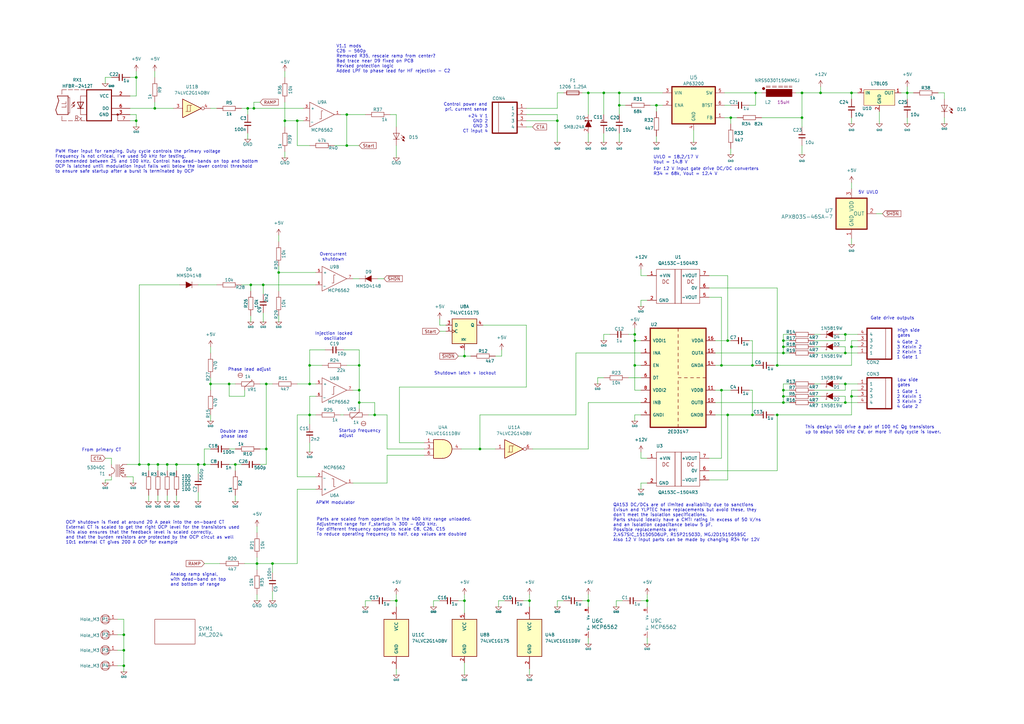
<source format=kicad_sch>
(kicad_sch (version 20250114) (generator "eeschema") (generator_version "9.0")
  (paper "A3")
  (text "From primary CT" (at 41.656 184.658 0) (effects (font (size 1.27 1.27))))
  (text "High side\ngates" (at 368.046 136.652 0) (effects (font (size 1.27 1.27)) (justify left)))
  (text "V1.1 mods\nC26 - 560p\nRemoved R35, rescale ramp from center?\nBad trace near D9 fixed on PCB\nRevised protection logic\nAdded LPF to phase lead for HF rejection - C2\n" (at 137.922 24.13 0) (effects (font (size 1.27 1.27)) (justify left)))
  (text "Phase lead adjust" (at 93.472 151.638 0) (effects (font (size 1.27 1.27)) (justify left)))
  (text "QA153 DC/DCs are of limited availability due to sanctions\nEvisun and YLPTEC have replacements but avoid these, they \ndon't meet the isolation specifications.\nParts should ideally have a CMTI rating in excess of 50 V/ns\nand an isolation capacitance below 5 pF.\nPossible replacements are:\n2.4S7SIC_151505D6UP, R15P21503D, MGJ2D151505BSC\nAlso 12 V input parts can be made by changing R34 for 12V\n\n" (at 251.46 215.392 0) (effects (font (size 1.27 1.27)) (justify left)))
  (text "Startup frequency\nadjust" (at 138.938 177.8 0) (effects (font (size 1.27 1.27)) (justify left)))
  (text "APWM modulator" (at 129.54 206.248 0) (effects (font (size 1.27 1.27)) (justify left)))
  (text "This design will drive a pair of 100 nC Qg transistors\nup to about 500 kHz CW, or more if duty cycle is lower.\n" (at 330.2 176.276 0) (effects (font (size 1.27 1.27)) (justify left)))
  (text "Overcurrent\nshutdown" (at 136.652 105.41 0) (effects (font (size 1.27 1.27))))
  (text "Gate drive outputs" (at 366.014 130.556 0) (effects (font (size 1.27 1.27))))
  (text "Low side\ngates" (at 368.046 156.972 0) (effects (font (size 1.27 1.27)) (justify left)))
  (text "Control power and\npri. current sense" (at 199.898 43.942 0) (effects (font (size 1.27 1.27)) (justify right)))
  (text "4 Gate 2\n3 Kelvin 2\n2 Kelvin 1\n1 Gate 1" (at 367.792 143.51 0) (effects (font (size 1.27 1.27)) (justify left)))
  (text "Shutdown latch + lockout" (at 190.754 153.162 0) (effects (font (size 1.27 1.27))))
  (text "1 Gate 1\n2 Kelvin 1\n3 Kelvin 2\n4 Gate 2" (at 367.792 163.83 0) (effects (font (size 1.27 1.27)) (justify left)))
  (text "Parts are scaled from operation in the 400 kHz range unloaded.\nAdjustment range for F_startup is 300 - 600 kHz.\nFor different frequency operation, scale C8, C26, C15\nTo reduce operating frequency to half, cap values are doubled" (at 129.794 216.154 0) (effects (font (size 1.27 1.27)) (justify left)))
  (text "PWM fiber input for ramping. Duty cycle controls the primary voltage\nFrequency is not critical, I've used 50 kHz for testing, \nrecommended between 25 and 100 kHz. Control has dead-bands on top and bottom\nOCP is latched until modulation input falls well below the lower control threshold\nto ensure safe startup after a burst is terminated by OCP" (at 22.606 66.294 0) (effects (font (size 1.27 1.27)) (justify left)))
  (text "5V UVLO" (at 356.108 78.994 0) (effects (font (size 1.27 1.27))))
  (text "Analog ramp signal, \nwith dead-band on top \nand bottom of range" (at 69.85 237.744 0) (effects (font (size 1.27 1.27)) (justify left)))
  (text "Double zero\nphase lead" (at 96.012 178.054 0) (effects (font (size 1.27 1.27))))
  (text "UVLO = 18.2/17 V\nVout = 14.8 V" (at 267.97 67.31 0) (effects (font (size 1.27 1.27)) (justify left bottom)))
  (text "OCP shutdown is fixed at around 20 A peak into the on-board CT\nExternal CT is scaled to get the right OCP level for the transistors used\nThis also ensures that the feedback level is scaled correctly,\nand that the burden resistors are protected by the OCP circut as well\n10:1 external CT gives 200 A OCP for example" (at 26.924 218.44 0) (effects (font (size 1.27 1.27)) (justify left)))
  (text "+24 V 1\nGND 2\nGND 3\nCT input 4" (at 200.152 50.8 0) (effects (font (size 1.27 1.27)) (justify right)))
  (text "For 12 V input gate drive DC/DC converters\nR34 = 68k, Vout = 12.4 V" (at 267.97 70.358 0) (effects (font (size 1.27 1.27)) (justify left)))
  (text "Injection locked \noscillator" (at 137.414 137.922 0) (effects (font (size 1.27 1.27))))
  (junction (at 101.6 44.45))
  (junction (at 50.8 266.7))
  (junction (at 109.22 157.48))
  (junction (at 86.36 157.48))
  (junction (at 64.77 190.5))
  (junction (at 81.28 190.5))
  (junction (at 102.87 116.84))
  (junction (at 116.84 49.53))
  (junction (at 309.88 38.1))
  (junction (at 63.5 44.45))
  (junction (at 254 43.18))
  (junction (at 228.6 49.53))
  (junction (at 298.45 139.7))
  (junction (at 127 157.48))
  (junction (at 217.17 246.38))
  (junction (at 260.35 149.86))
  (junction (at 109.22 184.15))
  (junction (at 269.24 43.18))
  (junction (at 241.3 246.38))
  (junction (at 241.3 38.1))
  (junction (at 96.52 190.5))
  (junction (at 321.31 139.7))
  (junction (at 265.43 246.38))
  (junction (at 328.93 38.1))
  (junction (at 349.25 162.56))
  (junction (at 196.85 184.15))
  (junction (at 142.24 46.99))
  (junction (at 321.31 165.1))
  (junction (at 349.25 38.1))
  (junction (at 346.71 144.78))
  (junction (at 147.32 149.86))
  (junction (at 295.91 160.02))
  (junction (at 247.65 38.1))
  (junction (at 321.31 144.78))
  (junction (at 147.32 165.1))
  (junction (at 147.32 160.02))
  (junction (at 318.77 149.86))
  (junction (at 60.96 190.5))
  (junction (at 72.39 190.5))
  (junction (at 111.76 231.14))
  (junction (at 114.3 111.76))
  (junction (at 50.8 273.05))
  (junction (at 346.71 165.1))
  (junction (at 190.5 146.05))
  (junction (at 346.71 137.16))
  (junction (at 372.11 38.1))
  (junction (at 321.31 162.56))
  (junction (at 153.67 170.18))
  (junction (at 83.82 190.5))
  (junction (at 127 170.18))
  (junction (at 104.14 44.45))
  (junction (at 321.31 142.24))
  (junction (at 299.72 48.26))
  (junction (at 308.61 149.86))
  (junction (at 68.58 190.5))
  (junction (at 260.35 139.7))
  (junction (at 105.41 231.14))
  (junction (at 308.61 170.18))
  (junction (at 93.98 157.48))
  (junction (at 127 149.86))
  (junction (at 121.92 49.53))
  (junction (at 260.35 137.16))
  (junction (at 190.5 246.38))
  (junction (at 162.56 246.38))
  (junction (at 55.88 49.53))
  (junction (at 298.45 170.18))
  (junction (at 57.15 190.5))
  (junction (at 107.95 116.84))
  (junction (at 295.91 149.86))
  (junction (at 336.55 38.1))
  (junction (at 142.24 59.69))
  (junction (at 349.25 142.24))
  (junction (at 321.31 160.02))
  (junction (at 254 38.1))
  (junction (at 55.88 31.75))
  (junction (at 328.93 48.26))
  (junction (at 318.77 170.18))
  (junction (at 346.71 157.48))
  (junction (at 50.8 260.35))
  (wire (pts (xy 346.71 157.48) (xy 344.17 157.48)))
  (wire (pts (xy 81.28 201.93) (xy 81.28 205.74)))
  (wire (pts (xy 121.92 59.69) (xy 121.92 49.53)))
  (wire (pts (xy 81.28 190.5) (xy 81.28 194.31)))
  (wire (pts (xy 387.35 38.1) (xy 384.81 38.1)))
  (wire (pts (xy 52.07 190.5) (xy 57.15 190.5)))
  (wire (pts (xy 105.41 243.84) (xy 105.41 246.38)))
  (wire (pts (xy 297.18 43.18) (xy 299.72 43.18)))
  (wire (pts (xy 236.22 144.78) (xy 236.22 170.18)))
  (wire (pts (xy 297.18 38.1) (xy 309.88 38.1)))
  (wire (pts (xy 293.37 165.1) (xy 321.31 165.1)))
  (wire (pts (xy 101.6 54.61) (xy 101.6 57.15)))
  (wire (pts (xy 321.31 139.7) (xy 321.31 142.24)))
  (wire (pts (xy 247.65 54.61) (xy 247.65 58.42)))
  (wire (pts (xy 318.77 149.86) (xy 349.25 149.86)))
  (wire (pts (xy 86.36 154.94) (xy 86.36 157.48)))
  (wire (pts (xy 116.84 41.91) (xy 116.84 49.53)))
  (wire (pts (xy 104.14 41.91) (xy 104.14 44.45)))
  (wire (pts (xy 86.36 170.18) (xy 86.36 172.72)))
  (wire (pts (xy 121.92 231.14) (xy 121.92 200.66)))
  (wire (pts (xy 106.68 41.91) (xy 104.14 41.91)))
  (wire (pts (xy 328.93 48.26) (xy 328.93 52.07)))
  (wire (pts (xy 214.63 246.38) (xy 217.17 246.38)))
  (wire (pts (xy 63.5 41.91) (xy 63.5 44.45)))
  (wire (pts (xy 142.24 46.99) (xy 142.24 59.69)))
  (wire (pts (xy 236.22 170.18) (xy 196.85 170.18)))
  (wire (pts (xy 298.45 139.7) (xy 299.72 139.7)))
  (wire (pts (xy 72.39 190.5) (xy 68.58 190.5)))
  (wire (pts (xy 247.65 38.1) (xy 247.65 46.99)))
  (wire (pts (xy 86.36 157.48) (xy 86.36 160.02)))
  (wire (pts (xy 321.31 142.24) (xy 321.31 144.78)))
  (wire (pts (xy 323.85 142.24) (xy 321.31 142.24)))
  (wire (pts (xy 262.89 198.12) (xy 262.89 200.66)))
  (wire (pts (xy 121.92 170.18) (xy 127 170.18)))
  (wire (pts (xy 260.35 137.16) (xy 260.35 134.62)))
  (wire (pts (xy 217.17 243.84) (xy 217.17 246.38)))
  (wire (pts (xy 163.83 158.75) (xy 215.9 158.75)))
  (wire (pts (xy 100.33 162.56) (xy 93.98 162.56)))
  (wire (pts (xy 349.25 142.24) (xy 349.25 149.86)))
  (wire (pts (xy 127 143.51) (xy 127 149.86)))
  (wire (pts (xy 105.41 215.9) (xy 105.41 218.44)))
  (wire (pts (xy 48.26 260.35) (xy 50.8 260.35)))
  (wire (pts (xy 318.77 170.18) (xy 318.77 193.04)))
  (wire (pts (xy 190.5 146.05) (xy 190.5 143.51)))
  (wire (pts (xy 349.25 38.1) (xy 349.25 40.64)))
  (wire (pts (xy 142.24 149.86) (xy 147.32 149.86)))
  (wire (pts (xy 57.15 190.5) (xy 60.96 190.5)))
  (wire (pts (xy 64.77 203.2) (xy 64.77 205.74)))
  (wire (pts (xy 321.31 157.48) (xy 321.31 160.02)))
  (wire (pts (xy 260.35 139.7) (xy 260.35 149.86)))
  (wire (pts (xy 127 170.18) (xy 127 173.99)))
  (wire (pts (xy 308.61 160.02) (xy 308.61 170.18)))
  (wire (pts (xy 307.34 139.7) (xy 308.61 139.7)))
  (wire (pts (xy 295.91 121.92) (xy 295.91 149.86)))
  (wire (pts (xy 151.13 170.18) (xy 153.67 170.18)))
  (wire (pts (xy 241.3 184.15) (xy 241.3 165.1)))
  (wire (pts (xy 334.01 142.24) (xy 336.55 142.24)))
  (wire (pts (xy 260.35 160.02) (xy 262.89 160.02)))
  (wire (pts (xy 43.18 196.85) (xy 43.18 198.12)))
  (wire (pts (xy 241.3 243.84) (xy 241.3 246.38)))
  (wire (pts (xy 53.34 46.99) (xy 55.88 46.99)))
  (wire (pts (xy 68.58 193.04) (xy 68.58 190.5)))
  (wire (pts (xy 262.89 187.96) (xy 265.43 187.96)))
  (wire (pts (xy 308.61 149.86) (xy 309.88 149.86)))
  (wire (pts (xy 45.72 31.75) (xy 43.18 31.75)))
  (wire (pts (xy 328.93 38.1) (xy 326.39 38.1)))
  (wire (pts (xy 147.32 167.64) (xy 147.32 165.1)))
  (wire (pts (xy 53.34 31.75) (xy 55.88 31.75)))
  (wire (pts (xy 81.28 190.5) (xy 83.82 190.5)))
  (wire (pts (xy 96.52 190.5) (xy 99.06 190.5)))
  (wire (pts (xy 323.85 137.16) (xy 321.31 137.16)))
  (wire (pts (xy 43.18 31.75) (xy 43.18 34.29)))
  (wire (pts (xy 129.54 170.18) (xy 127 170.18)))
  (wire (pts (xy 147.32 149.86) (xy 147.32 143.51)))
  (wire (pts (xy 284.48 53.34) (xy 284.48 58.42)))
  (wire (pts (xy 262.89 139.7) (xy 260.35 139.7)))
  (wire (pts (xy 260.35 139.7) (xy 260.35 137.16)))
  (wire (pts (xy 147.32 149.86) (xy 147.32 160.02)))
  (wire (pts (xy 265.43 243.84) (xy 265.43 246.38)))
  (wire (pts (xy 121.92 157.48) (xy 127 157.48)))
  (wire (pts (xy 217.17 246.38) (xy 217.17 248.92)))
  (wire (pts (xy 162.56 59.69) (xy 162.56 64.77)))
  (wire (pts (xy 262.89 123.19) (xy 262.89 125.73)))
  (wire (pts (xy 217.17 274.32) (xy 217.17 276.86)))
  (wire (pts (xy 180.34 135.89) (xy 182.88 135.89)))
  (wire (pts (xy 45.72 190.5) (xy 45.72 187.96)))
  (wire (pts (xy 241.3 38.1) (xy 247.65 38.1)))
  (wire (pts (xy 189.23 184.15) (xy 196.85 184.15)))
  (wire (pts (xy 245.11 154.94) (xy 247.65 154.94)))
  (wire (pts (xy 72.39 190.5) (xy 81.28 190.5)))
  (wire (pts (xy 52.07 195.58) (xy 54.61 195.58)))
  (wire (pts (xy 346.71 157.48) (xy 351.79 157.48)))
  (wire (pts (xy 290.83 113.03) (xy 298.45 113.03)))
  (wire (pts (xy 265.43 198.12) (xy 262.89 198.12)))
  (wire (pts (xy 238.76 246.38) (xy 241.3 246.38)))
  (wire (pts (xy 321.31 160.02) (xy 321.31 162.56)))
  (wire (pts (xy 111.76 231.14) (xy 111.76 234.95)))
  (wire (pts (xy 96.52 190.5) (xy 96.52 193.04)))
  (wire (pts (xy 295.91 160.02) (xy 299.72 160.02)))
  (wire (pts (xy 299.72 48.26) (xy 302.26 48.26)))
  (wire (pts (xy 238.76 38.1) (xy 241.3 38.1)))
  (wire (pts (xy 182.88 133.35) (xy 180.34 133.35)))
  (wire (pts (xy 196.85 184.15) (xy 203.2 184.15)))
  (wire (pts (xy 265.43 246.38) (xy 265.43 248.92)))
  (wire (pts (xy 254 38.1) (xy 247.65 38.1)))
  (wire (pts (xy 218.44 184.15) (xy 241.3 184.15)))
  (wire (pts (xy 297.18 48.26) (xy 299.72 48.26)))
  (wire (pts (xy 64.77 190.5) (xy 60.96 190.5)))
  (wire (pts (xy 349.25 74.93) (xy 349.25 77.47)))
  (wire (pts (xy 269.24 43.18) (xy 269.24 45.72)))
  (wire (pts (xy 162.56 246.38) (xy 162.56 248.92)))
  (wire (pts (xy 241.3 261.62) (xy 241.3 264.16)))
  (wire (pts (xy 290.83 193.04) (xy 318.77 193.04)))
  (wire (pts (xy 290.83 196.85) (xy 298.45 196.85)))
  (wire (pts (xy 321.31 144.78) (xy 323.85 144.78)))
  (wire (pts (xy 241.3 246.38) (xy 241.3 248.92)))
  (wire (pts (xy 308.61 170.18) (xy 309.88 170.18)))
  (wire (pts (xy 63.5 29.21) (xy 63.5 31.75)))
  (wire (pts (xy 309.88 43.18) (xy 307.34 43.18)))
  (wire (pts (xy 346.71 137.16) (xy 351.79 137.16)))
  (wire (pts (xy 105.41 228.6) (xy 105.41 231.14)))
  (wire (pts (xy 50.8 254) (xy 48.26 254)))
  (wire (pts (xy 102.87 129.54) (xy 102.87 132.08)))
  (wire (pts (xy 104.14 44.45) (xy 124.46 44.45)))
  (wire (pts (xy 111.76 242.57) (xy 111.76 246.38)))
  (wire (pts (xy 262.89 144.78) (xy 236.22 144.78)))
  (wire (pts (xy 307.34 160.02) (xy 308.61 160.02)))
  (wire (pts (xy 107.95 128.27) (xy 107.95 132.08)))
  (wire (pts (xy 346.71 142.24) (xy 344.17 142.24)))
  (wire (pts (xy 86.36 44.45) (xy 88.9 44.45)))
  (wire (pts (xy 334.01 162.56) (xy 336.55 162.56)))
  (wire (pts (xy 190.5 271.78) (xy 190.5 276.86)))
  (wire (pts (xy 43.18 196.85) (xy 45.72 196.85)))
  (wire (pts (xy 349.25 38.1) (xy 351.79 38.1)))
  (wire (pts (xy 321.31 165.1) (xy 323.85 165.1)))
  (wire (pts (xy 162.56 274.32) (xy 162.56 276.86)))
  (wire (pts (xy 100.33 160.02) (xy 100.33 162.56)))
  (wire (pts (xy 334.01 137.16) (xy 336.55 137.16)))
  (wire (pts (xy 142.24 46.99) (xy 149.86 46.99)))
  (wire (pts (xy 349.25 162.56) (xy 349.25 170.18)))
  (wire (pts (xy 346.71 139.7) (xy 346.71 137.16)))
  (wire (pts (xy 372.11 38.1) (xy 374.65 38.1)))
  (wire (pts (xy 173.99 181.61) (xy 163.83 181.61)))
  (wire (pts (xy 50.8 275.59) (xy 50.8 273.05)))
  (wire (pts (xy 142.24 59.69) (xy 147.32 59.69)))
  (wire (pts (xy 45.72 187.96) (xy 43.18 187.96)))
  (wire (pts (xy 133.35 143.51) (xy 127 143.51)))
  (wire (pts (xy 334.01 165.1) (xy 346.71 165.1)))
  (wire (pts (xy 86.36 184.15) (xy 83.82 184.15)))
  (wire (pts (xy 105.41 231.14) (xy 105.41 233.68)))
  (wire (pts (xy 262.89 246.38) (xy 265.43 246.38)))
  (wire (pts (xy 295.91 149.86) (xy 293.37 149.86)))
  (wire (pts (xy 187.96 246.38) (xy 190.5 246.38)))
  (wire (pts (xy 101.6 44.45) (xy 101.6 46.99)))
  (wire (pts (xy 349.25 139.7) (xy 349.25 142.24)))
  (wire (pts (xy 158.75 184.15) (xy 173.99 184.15)))
  (wire (pts (xy 100.33 231.14) (xy 105.41 231.14)))
  (wire (pts (xy 152.4 246.38) (xy 149.86 246.38)))
  (wire (pts (xy 349.25 160.02) (xy 349.25 162.56)))
  (wire (pts (xy 48.26 266.7) (xy 50.8 266.7)))
  (wire (pts (xy 255.27 246.38) (xy 252.73 246.38)))
  (wire (pts (xy 328.93 38.1) (xy 336.55 38.1)))
  (wire (pts (xy 64.77 190.5) (xy 68.58 190.5)))
  (wire (pts (xy 323.85 160.02) (xy 321.31 160.02)))
  (wire (pts (xy 106.68 157.48) (xy 109.22 157.48)))
  (wire (pts (xy 190.5 243.84) (xy 190.5 246.38)))
  (wire (pts (xy 228.6 44.45) (xy 228.6 38.1)))
  (wire (pts (xy 346.71 144.78) (xy 351.79 144.78)))
  (wire (pts (xy 53.34 49.53) (xy 55.88 49.53)))
  (wire (pts (xy 137.16 59.69) (xy 142.24 59.69)))
  (wire (pts (xy 387.35 40.64) (xy 387.35 38.1)))
  (wire (pts (xy 323.85 139.7) (xy 321.31 139.7)))
  (wire (pts (xy 245.11 154.94) (xy 245.11 157.48)))
  (wire (pts (xy 55.88 31.75) (xy 55.88 29.21)))
  (wire (pts (xy 228.6 46.99) (xy 228.6 49.53)))
  (wire (pts (xy 53.34 44.45) (xy 63.5 44.45)))
  (wire (pts (xy 102.87 116.84) (xy 107.95 116.84)))
  (wire (pts (xy 318.77 118.11) (xy 318.77 149.86)))
  (wire (pts (xy 114.3 129.54) (xy 114.3 132.08)))
  (wire (pts (xy 93.98 157.48) (xy 93.98 162.56)))
  (wire (pts (xy 334.01 160.02) (xy 346.71 160.02)))
  (wire (pts (xy 205.74 143.51) (xy 205.74 146.05)))
  (wire (pts (xy 127 181.61) (xy 127 185.42)))
  (wire (pts (xy 323.85 162.56) (xy 321.31 162.56)))
  (wire (pts (xy 72.39 193.04) (xy 72.39 190.5)))
  (wire (pts (xy 60.96 203.2) (xy 60.96 205.74)))
  (wire (pts (xy 190.5 146.05) (xy 193.04 146.05)))
  (wire (pts (xy 158.75 198.12) (xy 158.75 186.69)))
  (wire (pts (xy 144.78 198.12) (xy 158.75 198.12)))
  (wire (pts (xy 241.3 165.1) (xy 262.89 165.1)))
  (wire (pts (xy 293.37 144.78) (xy 321.31 144.78)))
  (wire (pts (xy 308.61 139.7) (xy 308.61 149.86)))
  (wire (pts (xy 241.3 54.61) (xy 241.3 58.42)))
  (wire (pts (xy 387.35 48.26) (xy 387.35 50.8)))
  (wire (pts (xy 127 162.56) (xy 129.54 162.56)))
  (wire (pts (xy 351.79 139.7) (xy 349.25 139.7)))
  (wire (pts (xy 336.55 35.56) (xy 336.55 38.1)))
  (wire (pts (xy 147.32 165.1) (xy 153.67 165.1)))
  (wire (pts (xy 346.71 160.02) (xy 346.71 157.48)))
  (wire (pts (xy 129.54 195.58) (xy 121.92 195.58)))
  (wire (pts (xy 372.11 40.64) (xy 372.11 38.1)))
  (wire (pts (xy 177.8 246.38) (xy 177.8 248.92)))
  (wire (pts (xy 247.65 137.16) (xy 250.19 137.16)))
  (wire (pts (xy 298.45 196.85) (xy 298.45 170.18)))
  (wire (pts (xy 149.86 246.38) (xy 149.86 248.92)))
  (wire (pts (xy 260.35 149.86) (xy 260.35 160.02)))
  (wire (pts (xy 265.43 123.19) (xy 262.89 123.19)))
  (wire (pts (xy 116.84 29.21) (xy 116.84 31.75)))
  (wire (pts (xy 114.3 96.52) (xy 114.3 99.06)))
  (wire (pts (xy 160.02 46.99) (xy 162.56 46.99)))
  (wire (pts (xy 228.6 38.1) (xy 231.14 38.1)))
  (wire (pts (xy 346.71 165.1) (xy 346.71 162.56)))
  (wire (pts (xy 83.82 231.14) (xy 90.17 231.14)))
  (wire (pts (xy 81.28 116.84) (xy 88.9 116.84)))
  (wire (pts (xy 262.89 170.18) (xy 260.35 170.18)))
  (wire (pts (xy 106.68 184.15) (xy 109.22 184.15)))
  (wire (pts (xy 50.8 260.35) (xy 50.8 254)))
  (wire (pts (xy 318.77 149.86) (xy 317.5 149.86)))
  (wire (pts (xy 257.81 137.16) (xy 260.35 137.16)))
  (wire (pts (xy 309.88 38.1) (xy 312.42 38.1)))
  (wire (pts (xy 262.89 113.03) (xy 265.43 113.03)))
  (wire (pts (xy 293.37 160.02) (xy 295.91 160.02)))
  (wire (pts (xy 55.88 39.37) (xy 55.88 31.75)))
  (wire (pts (xy 147.32 143.51) (xy 140.97 143.51)))
  (wire (pts (xy 102.87 116.84) (xy 102.87 119.38)))
  (wire (pts (xy 48.26 273.05) (xy 50.8 273.05)))
  (wire (pts (xy 351.79 160.02) (xy 349.25 160.02)))
  (wire (pts (xy 257.81 154.94) (xy 262.89 154.94)))
  (wire (pts (xy 293.37 170.18) (xy 298.45 170.18)))
  (wire (pts (xy 114.3 109.22) (xy 114.3 111.76)))
  (wire (pts (xy 298.45 113.03) (xy 298.45 139.7)))
  (wire (pts (xy 147.32 165.1) (xy 147.32 160.02)))
  (wire (pts (xy 254 43.18) (xy 256.54 43.18)))
  (wire (pts (xy 252.73 246.38) (xy 252.73 248.92)))
  (wire (pts (xy 290.83 187.96) (xy 295.91 187.96)))
  (wire (pts (xy 60.96 193.04) (xy 60.96 190.5)))
  (wire (pts (xy 160.02 246.38) (xy 162.56 246.38)))
  (wire (pts (xy 129.54 200.66) (xy 121.92 200.66)))
  (wire (pts (xy 254 43.18) (xy 254 46.99)))
  (wire (pts (xy 317.5 170.18) (xy 318.77 170.18)))
  (wire (pts (xy 107.95 120.65) (xy 107.95 116.84)))
  (wire (pts (xy 180.34 246.38) (xy 177.8 246.38)))
  (wire (pts (xy 349.25 162.56) (xy 351.79 162.56)))
  (wire (pts (xy 334.01 144.78) (xy 346.71 144.78)))
  (wire (pts (xy 346.71 162.56) (xy 344.17 162.56)))
  (wire (pts (xy 290.83 118.11) (xy 318.77 118.11)))
  (wire (pts (xy 86.36 142.24) (xy 86.36 144.78)))
  (wire (pts (xy 121.92 49.53) (xy 124.46 49.53)))
  (wire (pts (xy 241.3 38.1) (xy 241.3 46.99)))
  (wire (pts (xy 299.72 60.96) (xy 299.72 63.5)))
  (wire (pts (xy 190.5 246.38) (xy 190.5 251.46)))
  (wire (pts (xy 293.37 139.7) (xy 298.45 139.7)))
  (wire (pts (xy 53.34 39.37) (xy 55.88 39.37)))
  (wire (pts (xy 83.82 184.15) (xy 83.82 190.5)))
  (wire (pts (xy 262.89 110.49) (xy 262.89 113.03)))
  (wire (pts (xy 231.14 246.38) (xy 228.6 246.38)))
  (wire (pts (xy 323.85 157.48) (xy 321.31 157.48)))
  (wire (pts (xy 127 170.18) (xy 127 162.56)))
  (wire (pts (xy 215.9 44.45) (xy 228.6 44.45)))
  (wire (pts (xy 158.75 186.69) (xy 173.99 186.69)))
  (wire (pts (xy 96.52 203.2) (xy 96.52 205.74)))
  (wire (pts (xy 349.25 48.26) (xy 349.25 50.8)))
  (wire (pts (xy 57.15 116.84) (xy 73.66 116.84)))
  (wire (pts (xy 127 149.86) (xy 127 157.48)))
  (wire (pts (xy 55.88 49.53) (xy 55.88 52.07)))
  (wire (pts (xy 298.45 170.18) (xy 308.61 170.18)))
  (wire (pts (xy 162.56 243.84) (xy 162.56 246.38)))
  (wire (pts (xy 93.98 190.5) (xy 96.52 190.5)))
  (wire (pts (xy 111.76 231.14) (xy 105.41 231.14)))
  (wire (pts (xy 203.2 146.05) (xy 205.74 146.05)))
  (wire (pts (xy 109.22 190.5) (xy 109.22 184.15)))
  (wire (pts (xy 99.06 116.84) (xy 102.87 116.84)))
  (wire (pts (xy 63.5 44.45) (xy 71.12 44.45)))
  (wire (pts (xy 349.25 142.24) (xy 351.79 142.24)))
  (wire (pts (xy 99.06 44.45) (xy 101.6 44.45)))
  (wire (pts (xy 114.3 111.76) (xy 129.54 111.76)))
  (wire (pts (xy 265.43 261.62) (xy 265.43 264.16)))
  (wire (pts (xy 132.08 149.86) (xy 127 149.86)))
  (wire (pts (xy 109.22 157.48) (xy 111.76 157.48)))
  (wire (pts (xy 215.9 158.75) (xy 215.9 133.35)))
  (wire (pts (xy 359.41 87.63) (xy 361.95 87.63)))
  (wire (pts (xy 295.91 149.86) (xy 308.61 149.86)))
  (wire (pts (xy 295.91 187.96) (xy 295.91 160.02)))
  (wire (pts (xy 101.6 44.45) (xy 104.14 44.45)))
  (wire (pts (xy 139.7 170.18) (xy 140.97 170.18)))
  (wire (pts (xy 96.52 157.48) (xy 93.98 157.48)))
  (wire (pts (xy 360.68 45.72) (xy 360.68 50.8)))
  (wire (pts (xy 196.85 170.18) (xy 196.85 184.15)))
  (wire (pts (xy 260.35 149.86) (xy 262.89 149.86)))
  (wire (pts (xy 55.88 46.99) (xy 55.88 49.53)))
  (wire (pts (xy 107.95 116.84) (xy 129.54 116.84)))
  (wire (pts (xy 215.9 133.35) (xy 198.12 133.35)))
  (wire (pts (xy 154.94 114.3) (xy 157.48 114.3)))
  (wire (pts (xy 187.96 146.05) (xy 190.5 146.05)))
  (wire (pts (xy 50.8 266.7) (xy 50.8 260.35)))
  (wire (pts (xy 142.24 46.99) (xy 139.7 46.99)))
  (wire (pts (xy 204.47 246.38) (xy 204.47 248.92)))
  (wire (pts (xy 114.3 111.76) (xy 114.3 119.38)))
  (wire (pts (xy 83.82 190.5) (xy 86.36 190.5)))
  (wire (pts (xy 299.72 48.26) (xy 299.72 50.8)))
  (wire (pts (xy 180.34 133.35) (xy 180.34 130.81)))
  (wire (pts (xy 109.22 157.48) (xy 109.22 184.15)))
  (wire (pts (xy 372.11 48.26) (xy 372.11 50.8)))
  (wire (pts (xy 57.15 116.84) (xy 57.15 190.5)))
  (wire (pts (xy 162.56 46.99) (xy 162.56 52.07)))
  (wire (pts (xy 290.83 121.92) (xy 295.91 121.92)))
  (wire (pts (xy 68.58 203.2) (xy 68.58 205.74)))
  (wire (pts (xy 372.11 35.56) (xy 372.11 38.1)))
  (wire (pts (xy 127 59.69) (xy 121.92 59.69)))
  (wire (pts (xy 349.25 97.79) (xy 349.25 100.33)))
  (wire (pts (xy 318.77 170.18) (xy 349.25 170.18)))
  (wire (pts (xy 72.39 203.2) (xy 72.39 205.74)))
  (wire (pts (xy 121.92 195.58) (xy 121.92 170.18)))
  (wire (pts (xy 215.9 52.07) (xy 218.44 52.07)))
  (wire (pts (xy 153.67 170.18) (xy 158.75 170.18)))
  (wire (pts (xy 228.6 49.53) (xy 228.6 58.42)))
  (wire (pts (xy 260.35 170.18) (xy 260.35 172.72)))
  (wire (pts (xy 254 38.1) (xy 254 43.18)))
  (wire (pts (xy 334.01 139.7) (xy 346.71 139.7)))
  (wire (pts (xy 158.75 170.18) (xy 158.75 184.15)))
  (wire (pts (xy 163.83 181.61) (xy 163.83 158.75)))
  (wire (pts (xy 116.84 62.23) (xy 116.84 64.77)))
  (wire (pts (xy 254 54.61) (xy 254 58.42)))
  (wire (pts (xy 309.88 38.1) (xy 309.88 43.18)))
  (wire (pts (xy 50.8 273.05) (xy 50.8 266.7)))
  (wire (pts (xy 116.84 49.53) (xy 116.84 52.07)))
  (wire (pts (xy 266.7 43.18) (xy 269.24 43.18)))
  (wire (pts (xy 336.55 38.1) (xy 349.25 38.1)))
  (wire (pts (xy 147.32 160.02) (xy 144.78 160.02)))
  (wire (pts (xy 321.31 137.16) (xy 321.31 139.7)))
  (wire (pts (xy 45.72 196.85) (xy 45.72 195.58)))
  (wire (pts (xy 328.93 59.69) (xy 328.93 63.5)))
  (wire (pts (xy 207.01 246.38) (xy 204.47 246.38)))
  (wire (pts (xy 247.65 137.16) (xy 247.65 139.7)))
  (wire (pts (xy 111.76 231.14) (xy 121.92 231.14)))
  (wire (pts (xy 312.42 48.26) (xy 328.93 48.26)))
  (wire (pts (xy 271.78 38.1) (xy 254 38.1)))
  (wire (pts (xy 153.67 170.18) (xy 153.67 165.1)))
  (wire (pts (xy 269.24 55.88) (xy 269.24 58.42)))
  (wire (pts (xy 116.84 49.53) (xy 121.92 49.53)))
  (wire (pts (xy 346.71 165.1) (xy 351.79 165.1)))
  (wire (pts (xy 262.89 185.42) (xy 262.89 187.96)))
  (wire (pts (xy 106.68 190.5) (xy 109.22 190.5)))
  (wire (pts (xy 344.17 137.16) (xy 346.71 137.16)))
  (wire (pts (xy 346.71 144.78) (xy 346.71 142.24)))
  (wire (pts (xy 215.9 49.53) (xy 228.6 49.53)))
  (wire (pts (xy 54.61 195.58) (xy 54.61 198.12)))
  (wire (pts (xy 96.52 184.15) (xy 93.98 184.15)))
  (wire (pts (xy 228.6 246.38) (xy 228.6 248.92)))
  (wire (pts (xy 334.01 157.48) (xy 336.55 157.48)))
  (wire (pts (xy 215.9 46.99) (xy 228.6 46.99)))
  (wire (pts (xy 93.98 157.48) (xy 86.36 157.48)))
  (wire (pts (xy 328.93 48.26) (xy 328.93 38.1)))
  (wire (pts (xy 321.31 162.56) (xy 321.31 165.1)))
  (wire (pts (xy 372.11 38.1) (xy 369.57 38.1)))
  (wire (pts (xy 127 157.48) (xy 129.54 157.48)))
  (wire (pts (xy 64.77 193.04) (xy 64.77 190.5)))
  (wire (pts (xy 144.78 114.3) (xy 147.32 114.3)))
  (wire (pts (xy 269.24 43.18) (xy 271.78 43.18)))
  (global_label "~{SHDN}" (shape input) (at 157.48 114.3 0) (property "Intersheetrefs" "${INTERSHEET_REFS}" (effects (hide yes))))
  (global_label "RAMP" (shape input) (at 83.82 231.14 180) (property "Intersheetrefs" "${INTERSHEET_REFS}" (effects (hide yes))))
  (global_label "CTA" (shape input) (at 218.44 52.07 0) (property "Intersheetrefs" "${INTERSHEET_REFS}" (effects (hide yes))))
  (global_label "CTA" (shape input) (at 43.18 187.96 180) (property "Intersheetrefs" "${INTERSHEET_REFS}" (effects (hide yes))))
  (global_label "Start" (shape input) (at 147.32 59.69 0) (property "Intersheetrefs" "${INTERSHEET_REFS}" (effects (hide yes))))
  (global_label "~{SHDN}" (shape input) (at 187.96 146.05 180) (property "Intersheetrefs" "${INTERSHEET_REFS}" (effects (hide yes))))
  (global_label "RAMP" (shape input) (at 106.68 41.91 0) (property "Intersheetrefs" "${INTERSHEET_REFS}" (effects (hide yes))))
  (global_label "~{SHDN}" (shape input) (at 361.95 87.63 0) (property "Intersheetrefs" "${INTERSHEET_REFS}" (effects (hide yes))))
  (global_label "Start" (shape input) (at 180.34 135.89 180) (property "Intersheetrefs" "${INTERSHEET_REFS}" (effects (hide yes))))
  (symbol (lib_id "powerSymbols:+5V") (at 180.34 130.81 0) (unit 1)
    (property "Reference" "#PWR026" (effects (hide yes)))
    (property "Value" "+5V" (at 180.34 125.73 0))
  )
  (symbol (lib_id "passive_resistors:R_0805_1%") (at 252.73 154.94 180) (unit 1)
    (property "Reference" "R23" (at 252.73 152.908 0))
    (property "Value" "10k" (at 252.73 156.972 0))
    (property "Footprint" "Resistors_SMD:R_0805_hybrid_2" (effects (hide yes)))
    (property "Description" "1% 1/10W 0603" (effects (hide yes)))
    (property "Tolerance" "1%" (effects (hide yes)))
  )
  (symbol (lib_id "passive_capacitors:C_0805_NP0") (at 90.17 190.5 0) (unit 1)
    (property "Reference" "C8" (at 87.63 189.23 0))
    (property "Value" "1n" (at 93.726 191.77 0))
    (property "Footprint" "Capacitors_SMD:C_0805" (effects (hide yes)))
    (property "Description" "0603 NP0 MLCC" (effects (hide yes)))
    (property "Dielectric" "NP0" (effects (hide yes)))
  )
  (symbol (lib_id "passive_capacitors:C_0805_X7R") (at 254 137.16 180) (unit 1)
    (property "Reference" "C12" (at 254 134.874 0))
    (property "Value" "1u" (at 254 139.7 0))
    (property "Footprint" "Capacitors_SMD:C_0805" (effects (hide yes)))
    (property "Description" "0805 X7R MLCC" (effects (hide yes)))
    (property "Dielectric" "X7R" (effects (hide yes)))
    (property "Voltage" "16V" (effects (hide yes)))
  )
  (symbol (lib_id "powerSymbols:GND") (at 299.72 63.5 0) (unit 1)
    (property "Reference" "#PWR044" (effects (hide yes)))
    (property "Value" "GND" (at 299.72 66.04 0) (effects (font (size 0.762 0.762))))
  )
  (symbol (lib_id "powerSymbols:+12V") (at 336.55 35.56 0) (unit 1)
    (property "Reference" "#PWR047" (effects (hide yes)))
    (property "Value" "+12V" (at 336.55 30.48 0))
  )
  (symbol (lib_id "powerSymbols:+5V") (at 162.56 243.84 0) (mirror y) (unit 1)
    (property "Reference" "#PWR054" (effects (hide yes)))
    (property "Value" "+5V" (at 162.56 238.76 0))
  )
  (symbol (lib_id "powerSymbols:GND") (at 328.93 63.5 0) (unit 1)
    (property "Reference" "#PWR046" (effects (hide yes)))
    (property "Value" "GND" (at 328.93 66.04 0) (effects (font (size 0.762 0.762))))
  )
  (symbol (lib_id "powerSymbols:GND") (at 177.8 248.92 0) (mirror y) (unit 1)
    (property "Reference" "#PWR030" (effects (hide yes)))
    (property "Value" "GND" (at 177.8 250.952 0) (effects (font (size 0.762 0.762))))
  )
  (symbol (lib_id "powerSymbols:GND") (at 114.3 132.08 0) (unit 1)
    (property "Reference" "#PWR022" (effects (hide yes)))
    (property "Value" "GND" (at 114.3 134.112 0) (effects (font (size 0.762 0.762))))
  )
  (symbol (lib_id "passive_resistors:R_1206_1%") (at 328.93 139.7 0) (unit 1)
    (property "Reference" "R17" (at 324.358 138.684 0))
    (property "Value" "4R7" (at 333.756 140.97 0))
    (property "Footprint" "Resistors_SMD:R_1206" (effects (hide yes)))
    (property "Description" "1% 1/4W 1206" (effects (hide yes)))
    (property "Tolerance" "1%" (effects (hide yes)))
  )
  (symbol (lib_id "powerSymbols:GND") (at 149.86 248.92 0) (mirror y) (unit 1)
    (property "Reference" "#PWR029" (effects (hide yes)))
    (property "Value" "GND" (at 149.86 250.952 0) (effects (font (size 0.762 0.762))))
  )
  (symbol (lib_id "active_linear:MCP6562") (at 137.16 114.3 0) (unit 2)
    (property "Reference" "U9" (at 137.16 109.474 0))
    (property "Value" "MCP6562" (at 138.938 119.126 0))
    (property "Footprint" "Housings_SOIC:SOIC-8_3.9x4.9mm_Pitch1.27mm" (effects (hide yes)))
  )
  (symbol (lib_id "passive_resistors:R_0805_1%") (at 63.5 36.83 270) (unit 1)
    (property "Reference" "R9" (at 65.532 36.83 0))
    (property "Value" "1k" (at 61.468 39.624 0))
    (property "Footprint" "Resistors_SMD:R_0805_hybrid_2" (effects (hide yes)))
    (property "Description" "1% 1/10W 0603" (effects (hide yes)))
    (property "Tolerance" "1%" (effects (hide yes)))
  )
  (symbol (lib_id "HFBR-2412T:HFBR-2412T") (at 33.02 44.45 0) (unit 1)
    (property "Reference" "RX1" (at 31.75 32.766 0))
    (property "Value" "HFBR-2412T" (at 31.75 35.306 0))
    (property "Footprint" "HFBR-2412T:HFBR-X41XT" (effects (hide yes)))
    (property "Datasheet" "Fairchild Semiconductor" (effects (hide yes)))
    (property "Description" "Transmitters/Receivers/Transceivers Low Cost 5MBd ST FO Rx Threaded" (effects (hide yes)))
  )
  (symbol (lib_id "powerSymbols:GND") (at 228.6 58.42 0) (unit 1)
    (property "Reference" "#PWR038" (effects (hide yes)))
    (property "Value" "GND" (at 228.6 60.96 0) (effects (font (size 0.762 0.762))))
  )
  (symbol (lib_id "powerSymbols:GND") (at 162.56 64.77 0) (unit 1)
    (property "Reference" "#PWR028" (effects (hide yes)))
    (property "Value" "GND" (at 162.56 66.802 0))
  )
  (symbol (lib_id "passive_resistors:R_1206_1%") (at 72.39 198.12 90) (unit 1)
    (property "Reference" "R8" (at 69.342 194.564 90) (effects (justify right)))
    (property "Value" "100" (at 74.422 197.104 90) (effects (justify right)))
    (property "Footprint" "Resistors_SMD:R_1206" (effects (hide yes)))
    (property "Description" "1% 1/4W 1206" (effects (hide yes)))
    (property "Tolerance" "1%" (effects (hide yes)))
  )
  (symbol (lib_id "powerSymbols:+5V") (at 116.84 29.21 0) (unit 1)
    (property "Reference" "#PWR066" (effects (hide yes)))
    (property "Value" "+5V" (at 116.84 25.4 0))
  )
  (symbol (lib_id "passive_resistors:R_1206_1%") (at 328.93 160.02 0) (unit 1)
    (property "Reference" "R7" (at 324.866 159.004 0))
    (property "Value" "4R7" (at 333.756 161.544 0))
    (property "Footprint" "Resistors_SMD:R_1206" (effects (hide yes)))
    (property "Description" "1% 1/4W 1206" (effects (hide yes)))
    (property "Tolerance" "1%" (effects (hide yes)))
  )
  (symbol (lib_id "passive_resistors:R_0805_1%") (at 261.62 43.18 180) (unit 1)
    (property "Reference" "R31" (at 261.62 40.64 0))
    (property "Value" "68k" (at 261.62 45.72 0))
    (property "Footprint" "Resistors_SMD:R_0805_hybrid_2" (effects (hide yes)))
    (property "Tolerance" "1%" (effects (hide yes)))
  )
  (symbol (lib_id "powerSymbols:GND") (at 372.11 50.8 0) (unit 1)
    (property "Reference" "#PWR051" (effects (hide yes)))
    (property "Value" "GND" (at 372.11 53.34 0) (effects (font (size 0.762 0.762))))
  )
  (symbol (lib_id "passive_connectors:EMKDS-2-5-4") (at 212.09 44.45 0) (unit 1)
    (property "Reference" "CON4" (at 207.264 40.386 0) (effects (justify right)))
    (property "Value" "Header_H_2x2" (effects (hide yes)))
    (property "Footprint" "Connectors_Phoenix:PhoenixContact_MC-G_04x3.50mm_Angled" (effects (hide yes)))
  )
  (symbol (lib_id "passive_resistors:R_0805_1%") (at 101.6 184.15 180) (unit 1)
    (property "Reference" "R10" (at 101.6 186.182 0))
    (property "Value" "1k" (at 98.806 182.118 0))
    (property "Footprint" "Resistors_SMD:R_0805_hybrid_2" (effects (hide yes)))
    (property "Description" "1% 1/10W 0603" (effects (hide yes)))
    (property "Tolerance" "1%" (effects (hide yes)))
  )
  (symbol (lib_id "passive_resistors:R_0805_1%") (at 93.98 116.84 0) (unit 1)
    (property "Reference" "R28" (at 98.552 117.856 0))
    (property "Value" "10k" (at 93.98 114.808 0))
    (property "Footprint" "Resistors_SMD:R_0805_hybrid_2" (effects (hide yes)))
    (property "Description" "1% 1/10W 0603" (effects (hide yes)))
    (property "Tolerance" "1%" (effects (hide yes)))
  )
  (symbol (lib_id "powerSymbols:GND") (at 228.6 248.92 0) (mirror y) (unit 1)
    (property "Reference" "#PWR053" (effects (hide yes)))
    (property "Value" "GND" (at 228.6 250.952 0) (effects (font (size 0.762 0.762))))
  )
  (symbol (lib_id "passive_capacitors:C_0805_NP0") (at 127 177.8 90) (unit 1)
    (property "Reference" "C15" (at 124.714 175.768 90))
    (property "Value" "2n2" (at 129.286 180.086 90))
    (property "Footprint" "Capacitors_SMD:C_0805" (effects (hide yes)))
    (property "Description" "0603 NP0 MLCC" (effects (hide yes)))
    (property "Dielectric" "NP0" (effects (hide yes)))
    (property "Voltage" "50V" (effects (hide yes)))
  )
  (symbol (lib_id "passive_resistors:R_0805_1%") (at 102.87 124.46 90) (unit 1)
    (property "Reference" "R26" (at 100.838 124.46 0))
    (property "Value" "10k" (at 105.156 124.46 0))
    (property "Footprint" "Resistors_SMD:R_0805_hybrid_2" (effects (hide yes)))
    (property "Description" "1% 1/10W 0603" (effects (hide yes)))
    (property "Tolerance" "1%" (effects (hide yes)))
  )
  (symbol (lib_id "passive_resistors:R_0805_1%") (at 299.72 55.88 90) (unit 1)
    (property "Reference" "R33" (at 300.99 54.61 90) (effects (justify right)))
    (property "Value" "4k7" (at 301.244 57.404 90) (effects (justify right)))
    (property "Footprint" "Resistors_SMD:R_0805_hybrid_2" (effects (hide yes)))
    (property "Tolerance" "1%" (effects (hide yes)))
  )
  (symbol (lib_id "active_linear:MCP6562") (at 132.08 46.99 0) (unit 1)
    (property "Reference" "U9" (at 132.08 41.91 0))
    (property "Value" "MCP6562" (at 132.08 53.34 0))
    (property "Footprint" "Housings_SOIC:SOIC-8_3.9x4.9mm_Pitch1.27mm" (effects (hide yes)))
  )
  (symbol (lib_id "passive_capacitors:C_0805_X7R") (at 156.21 246.38 0) (unit 1)
    (property "Reference" "C17" (at 153.416 245.11 0))
    (property "Value" "1u" (at 158.496 247.65 0))
    (property "Footprint" "Capacitors_SMD:C_0805" (effects (hide yes)))
    (property "Description" "0805 X7R MLCC" (effects (hide yes)))
    (property "Dielectric" "X7R" (effects (hide yes)))
    (property "Voltage" "16V" (effects (hide yes)))
  )
  (symbol (lib_id "passive_capacitors:C_1206_X7R") (at 372.11 44.45 90) (unit 1)
    (property "Reference" "C25" (at 368.3 41.91 90) (effects (justify right)))
    (property "Value" "10u" (at 373.38 46.99 90) (effects (justify right)))
    (property "Footprint" "Capacitors_SMD:C_1206" (effects (hide yes)))
    (property "Dielectric" "X7R" (effects (hide yes)))
  )
  (symbol (lib_id "passive_capacitors:C_0805_X7R") (at 234.95 246.38 0) (unit 1)
    (property "Reference" "C14" (at 232.156 245.11 0))
    (property "Value" "1u" (at 237.236 247.65 0))
    (property "Footprint" "Capacitors_SMD:C_0805" (effects (hide yes)))
    (property "Description" "0805 X7R MLCC" (effects (hide yes)))
    (property "Dielectric" "X7R" (effects (hide yes)))
    (property "Voltage" "16V" (effects (hide yes)))
  )
  (symbol (lib_id "active_digital:SI8273DBD-IS1_DT") (at 278.13 154.94 0) (unit 1)
    (property "Reference" "U2" (at 268.224 133.096 0))
    (property "Value" "2ED3147" (at 278.13 177.038 0))
    (property "Footprint" "Housings_SOIC:SOIC-14of16_3.9x9.9mm_Pitch1.27mm_wide_narrow" (effects (hide yes)))
    (property "Description" "Dual isolated gate driver" (effects (hide yes)))
  )
  (symbol (lib_id "powerSymbols:GND") (at 349.25 50.8 0) (unit 1)
    (property "Reference" "#PWR048" (effects (hide yes)))
    (property "Value" "GND" (at 349.25 53.34 0) (effects (font (size 0.762 0.762))))
  )
  (symbol (lib_id "passive_resistors:R_1206_1%") (at 328.93 144.78 0) (unit 1)
    (property "Reference" "R19" (at 324.358 143.764 0))
    (property "Value" "4R7" (at 333.756 146.05 0))
    (property "Footprint" "Resistors_SMD:R_1206" (effects (hide yes)))
    (property "Description" "1% 1/4W 1206" (effects (hide yes)))
    (property "Tolerance" "1%" (effects (hide yes)))
  )
  (symbol (lib_id "powerSymbols:+5V") (at 217.17 243.84 0) (mirror y) (unit 1)
    (property "Reference" "#PWR058" (effects (hide yes)))
    (property "Value" "+5V" (at 217.17 238.76 0))
  )
  (symbol (lib_id "powerSymbols:GND") (at 360.68 50.8 0) (unit 1)
    (property "Reference" "#PWR049" (effects (hide yes)))
    (property "Value" "GND" (at 360.68 53.34 0) (effects (font (size 0.762 0.762))))
  )
  (symbol (lib_id "passive_resistors:R_0805_1%") (at 93.98 44.45 180) (unit 1)
    (property "Reference" "R5" (at 93.98 42.164 0))
    (property "Value" "1k" (at 93.98 46.736 0))
    (property "Footprint" "Resistors_SMD:R_0805_hybrid_2" (effects (hide yes)))
    (property "Description" "1% 1/10W 0603" (effects (hide yes)))
    (property "Tolerance" "1%" (effects (hide yes)))
  )
  (symbol (lib_id "powerSymbols:GND") (at 43.18 198.12 0) (mirror y) (unit 1)
    (property "Reference" "#PWR09" (effects (hide yes)))
    (property "Value" "GND" (at 43.18 200.152 0) (effects (font (size 0.762 0.762))))
  )
  (symbol (lib_id "passive_resistors:R_0805_1%") (at 132.08 59.69 0) (unit 1)
    (property "Reference" "R40" (at 136.652 60.706 0))
    (property "Value" "47k" (at 132.08 57.658 0))
    (property "Footprint" "Resistors_SMD:R_0805_hybrid_2" (effects (hide yes)))
    (property "Description" "1% 1/10W 0603" (effects (hide yes)))
    (property "Tolerance" "1%" (effects (hide yes)))
  )
  (symbol (lib_id "passive_resistors:RTRIM-EU_0") (at 146.05 170.18 0) (unit 1)
    (property "Reference" "VR3" (at 144.272 167.894 0))
    (property "Value" "1k" (at 146.05 173.228 0))
    (property "Footprint" "Potentiometers:Potentiometer_Bourns_3296Z_3-8Zoll_Angular_ScrewFront" (effects (hide yes)))
    (property "Tolerance" "10%" (effects (hide yes)))
  )
  (symbol (lib_id "passive_capacitors:C_0805_X7R") (at 210.82 246.38 0) (unit 1)
    (property "Reference" "C10" (at 208.026 245.11 0))
    (property "Value" "1u" (at 213.106 247.65 0))
    (property "Footprint" "Capacitors_SMD:C_0805" (effects (hide yes)))
    (property "Description" "0805 X7R MLCC" (effects (hide yes)))
    (property "Dielectric" "X7R" (effects (hide yes)))
    (property "Voltage" "16V" (effects (hide yes)))
  )
  (symbol (lib_id "active_digital:74LVC1G175_alt") (at 190.5 261.62 0) (unit 2)
    (property "Reference" "U8" (at 196.85 260.3499 0) (effects (justify left)))
    (property "Value" "74LVC1G175" (at 196.85 262.8899 0) (effects (justify left)))
    (property "Footprint" "TO_SOT_Packages_SMD:SOT-23-6" (effects (hide yes)))
  )
  (symbol (lib_id "passive_capacitors:C_0805_X7R") (at 111.76 238.76 270) (mirror x) (unit 1)
    (property "Reference" "C5" (at 113.03 241.554 0))
    (property "Value" "100n" (at 110.49 235.204 0))
    (property "Footprint" "Capacitors_SMD:C_0805" (effects (hide yes)))
    (property "Description" "0805 X7R MLCC" (effects (hide yes)))
    (property "Dielectric" "X7R" (effects (hide yes)))
    (property "Voltage" "50V" (effects (hide yes)))
  )
  (symbol (lib_id "passive_magnetic:NRS5030T6R8MMGJ") (at 321.31 38.1 270) (unit 1)
    (property "Reference" "L2" (at 314.96 41.91 90))
    (property "Value" "NRS5030T150MMGJ" (at 318.77 33.02 90))
    (property "Footprint" "Choke_SMD:Choke_SMD_Taiyo_NRS50XX" (effects (hide yes)))
    (property "Value2" "15uH" (at 321.31 41.91 90))
  )
  (symbol (lib_id "advantics_modules:Fuse") (at 234.95 38.1 90) (unit 1)
    (property "Reference" "F1" (at 234.95 33.02 90))
    (property "Value" "1206 1.25A" (at 234.95 35.56 90))
    (property "Footprint" "Resistors_SMD:R_1206_hybrid" (effects (hide yes)))
  )
  (symbol (lib_id "passive_resistors:R_0805_1%") (at 86.36 165.1 270) (unit 1)
    (property "Reference" "R15" (at 85.344 169.672 0))
    (property "Value" "470" (at 88.392 165.1 0))
    (property "Footprint" "Resistors_SMD:R_0805_hybrid_2" (effects (hide yes)))
    (property "Description" "1% 1/10W 0603" (effects (hide yes)))
    (property "Tolerance" "1%" (effects (hide yes)))
  )
  (symbol (lib_id "passive_resistors:R_1206_1%") (at 60.96 198.12 90) (unit 1)
    (property "Reference" "R1" (at 57.912 194.564 90) (effects (justify right)))
    (property "Value" "100" (at 74.422 200.66 90) (effects (justify right)))
    (property "Footprint" "Resistors_SMD:R_1206" (effects (hide yes)))
    (property "Description" "1% 1/4W 1206" (effects (hide yes)))
    (property "Tolerance" "1%" (effects (hide yes)))
  )
  (symbol (lib_id "active_linear:MCP6562") (at 137.16 198.12 0) (mirror x) (unit 1)
    (property "Reference" "U6" (at 137.16 203.2 0))
    (property "Value" "MCP6562" (at 137.16 191.77 0))
    (property "Footprint" "Housings_SOIC:SOIC-8_3.9x4.9mm_Pitch1.27mm" (effects (hide yes)))
  )
  (symbol (lib_id "passive_resistors:R_0805_1%") (at 116.84 57.15 270) (unit 1)
    (property "Reference" "R39" (at 118.872 57.15 0))
    (property "Value" "1k" (at 114.808 59.944 0))
    (property "Footprint" "Resistors_SMD:R_0805_hybrid_2" (effects (hide yes)))
    (property "Description" "1% 1/10W 0603" (effects (hide yes)))
    (property "Tolerance" "1%" (effects (hide yes)))
  )
  (symbol (lib_id "passive_resistors:R_0805_1%") (at 198.12 146.05 0) (unit 1)
    (property "Reference" "R12" (at 198.12 144.018 0))
    (property "Value" "4k7" (at 200.914 148.082 0))
    (property "Footprint" "Resistors_SMD:R_0805_hybrid_2" (effects (hide yes)))
    (property "Description" "1% 1/10W 0603" (effects (hide yes)))
    (property "Tolerance" "1%" (effects (hide yes)))
  )
  (symbol (lib_id "active_linear:MCP6562") (at 137.16 160.02 0) (unit 2)
    (property "Reference" "U6" (at 137.16 155.194 0))
    (property "Value" "MCP6562" (at 138.938 164.846 0))
    (property "Footprint" "Housings_SOIC:SOIC-8_3.9x4.9mm_Pitch1.27mm" (effects (hide yes)))
  )
  (symbol (lib_id "passive_capacitors:C_0805_X7R") (at 259.08 246.38 0) (unit 1)
    (property "Reference" "C1" (at 256.286 245.11 0))
    (property "Value" "1u" (at 261.366 247.65 0))
    (property "Footprint" "Capacitors_SMD:C_0805" (effects (hide yes)))
    (property "Description" "0805 X7R MLCC" (effects (hide yes)))
    (property "Dielectric" "X7R" (effects (hide yes)))
    (property "Voltage" "16V" (effects (hide yes)))
  )
  (symbol (lib_id "rp2040lib:AP7381-33Y-13") (at 360.68 39.37 0) (unit 1)
    (property "Reference" "U10" (at 355.6 44.45 0))
    (property "Value" "L78L05" (at 360.68 34.29 0))
    (property "Footprint" "TO_SOT_Packages_SMD:SOT89-3_Housing" (effects (hide yes)))
  )
  (symbol (lib_id "passive_capacitors:C_1206_X7R") (at 328.93 55.88 90) (unit 1)
    (property "Reference" "C23" (at 325.12 53.34 90) (effects (justify right)))
    (property "Value" "10u" (at 330.2 58.42 90) (effects (justify right)))
    (property "Footprint" "Capacitors_SMD:C_1206" (effects (hide yes)))
    (property "Dielectric" "X7R" (effects (hide yes)))
  )
  (symbol (lib_id "powerSymbols:GND") (at 349.25 100.33 0) (unit 1)
    (property "Reference" "#PWR061" (effects (hide yes)))
    (property "Value" "GND" (at 349.25 102.87 0) (effects (font (size 0.762 0.762))))
  )
  (symbol (lib_id "powerSymbols:GND") (at 102.87 132.08 0) (unit 1)
    (property "Reference" "#PWR032" (effects (hide yes)))
    (property "Value" "GND" (at 102.87 134.112 0) (effects (font (size 0.762 0.762))))
  )
  (symbol (lib_id "powerSymbols:GND") (at 245.11 157.48 0) (unit 1)
    (property "Reference" "#PWR031" (effects (hide yes)))
    (property "Value" "GND" (at 245.11 159.512 0) (effects (font (size 0.762 0.762))))
  )
  (symbol (lib_id "active_diodes:1N5819") (at 340.36 142.24 0) (unit 1)
    (property "Reference" "D3" (at 343.154 141.224 0))
    (property "Value" "1N5819W" (at 341.122 146.05 0))
    (property "Footprint" "Diodes_SMD:SOD-123" (effects (hide yes)))
  )
  (symbol (lib_id "passive_resistors:R_0805_1%") (at 116.84 157.48 0) (unit 1)
    (property "Reference" "R11" (at 116.078 155.194 0))
    (property "Value" "4k7" (at 116.84 159.512 0))
    (property "Footprint" "Resistors_SMD:R_0805_hybrid_2" (effects (hide yes)))
    (property "Description" "1% 1/10W 0603" (effects (hide yes)))
    (property "Tolerance" "1%" (effects (hide yes)))
  )
  (symbol (lib_id "active_diodes:1N5819") (at 340.36 162.56 0) (unit 1)
    (property "Reference" "D2" (at 343.154 163.83 0))
    (property "Value" "1N5819W" (at 341.122 166.37 0))
    (property "Footprint" "Diodes_SMD:SOD-123" (effects (hide yes)))
  )
  (symbol (lib_id "passive_capacitors:C_0805_X7R") (at 101.6 50.8 90) (unit 1)
    (property "Reference" "C3" (at 99.822 48.514 90))
    (property "Value" "100n" (at 98.552 53.086 90))
    (property "Footprint" "Capacitors_SMD:C_0805" (effects (hide yes)))
    (property "Description" "0805 X7R MLCC" (effects (hide yes)))
    (property "Dielectric" "X7R" (effects (hide yes)))
    (property "Voltage" "50V" (effects (hide yes)))
  )
  (symbol (lib_id "passive_capacitors:C_0805_NP0") (at 107.95 124.46 90) (unit 1)
    (property "Reference" "C9" (at 106.426 127 0))
    (property "Value" "2n2" (at 109.22 122.174 0))
    (property "Footprint" "Capacitors_SMD:C_0805" (effects (hide yes)))
    (property "Description" "0603 NP0 MLCC" (effects (hide yes)))
    (property "Dielectric" "NP0" (effects (hide yes)))
    (property "Voltage" "50V" (effects (hide yes)))
  )
  (symbol (lib_id "active_diodes:MMSD4148") (at 77.47 116.84 180) (unit 1)
    (property "Reference" "D6" (at 77.5081 110.49 0))
    (property "Value" "MMSD4148" (at 77.5081 113.03 0))
    (property "Footprint" "Diodes_SMD:SOD-123" (effects (hide yes)))
  )
  (symbol (lib_id "passive_capacitors:C_0805_X7R") (at 313.69 149.86 0) (unit 1)
    (property "Reference" "C6" (at 310.896 148.59 0))
    (property "Value" "1u" (at 315.976 151.13 0))
    (property "Footprint" "Capacitors_SMD:C_0805" (effects (hide yes)))
    (property "Description" "0805 X7R MLCC" (effects (hide yes)))
    (property "Dielectric" "X7R" (effects (hide yes)))
    (property "Voltage" "35V" (effects (hide yes)))
  )
  (symbol (lib_id "am_digital:74LVC1G11DBV") (at 217.17 261.62 0) (unit 2)
    (property "Reference" "U4" (at 223.52 260.3499 0) (effects (justify left)))
    (property "Value" "74LVC1G11DBV" (at 223.52 262.8899 0) (effects (justify left)))
    (property "Footprint" "Package_TO_SOT_SMD:SOT-23-6" (effects (hide yes)))
    (property "Description" "Triple 3-input AND" (effects (hide yes)))
  )
  (symbol (lib_id "am_mechanical:Hole_M3") (at 43.18 260.35 180) (unit 1)
    (property "Reference" "P2" (at 43.18 260.35 0))
    (property "Value" "Hole_M3" (at 36.83 260.604 0))
    (property "Footprint" "Mechanical:Hole_M3_plated" (effects (hide yes)))
    (property "Description" "Mounting hole M3" (effects (hide yes)))
  )
  (symbol (lib_id "powerSymbols:GND") (at 96.52 205.74 0) (unit 1)
    (property "Reference" "#PWR035" (effects (hide yes)))
    (property "Value" "GND" (at 96.52 207.772 0) (effects (font (size 0.762 0.762))))
  )
  (symbol (lib_id "powerSymbols:GND") (at 54.61 198.12 0) (unit 1)
    (property "Reference" "#PWR013" (effects (hide yes)))
    (property "Value" "GND" (at 54.61 200.152 0) (effects (font (size 0.762 0.762))))
  )
  (symbol (lib_id "am_mechanical:Hole_M3") (at 43.18 254 180) (unit 1)
    (property "Reference" "P1" (at 43.18 254 0))
    (property "Value" "Hole_M3" (at 36.83 254 0))
    (property "Footprint" "Mechanical:Hole_M3_plated" (effects (hide yes)))
    (property "Description" "Mounting hole M3" (effects (hide yes)))
  )
  (symbol (lib_id "powerSymbols:+5V") (at 86.36 142.24 0) (unit 1)
    (property "Reference" "#PWR016" (effects (hide yes)))
    (property "Value" "+5V" (at 86.36 137.16 0))
  )
  (symbol (lib_id "passive_capacitors:C_0805_X7R") (at 90.17 184.15 0) (unit 1)
    (property "Reference" "C18" (at 87.376 182.88 0))
    (property "Value" "100n" (at 93.726 185.42 0))
    (property "Footprint" "Capacitors_SMD:C_0805" (effects (hide yes)))
    (property "Description" "0805 X7R MLCC" (effects (hide yes)))
    (property "Dielectric" "X7R" (effects (hide yes)))
    (property "Voltage" "50V" (effects (hide yes)))
  )
  (symbol (lib_id "passive_resistors:R_0805_1%") (at 105.41 238.76 270) (mirror x) (unit 1)
    (property "Reference" "R35" (at 107.442 238.76 0))
    (property "Value" "10k" (at 103.124 238.76 0))
    (property "Footprint" "Resistors_SMD:R_0805_hybrid_2" (effects (hide yes)))
    (property "Description" "1% 1/10W 0603" (effects (hide yes)))
    (property "Tolerance" "1%" (effects (hide yes)))
  )
  (symbol (lib_id "passive_capacitors:C_0805_NP0") (at 137.16 143.51 180) (unit 1)
    (property "Reference" "C19" (at 137.16 140.97 0))
    (property "Value" "10p" (at 140.208 145.034 0))
    (property "Footprint" "Capacitors_SMD:C_0805" (effects (hide yes)))
    (property "Description" "0603 NP0 MLCC" (effects (hide yes)))
    (property "Dielectric" "NP0" (effects (hide yes)))
  )
  (symbol (lib_id "powerSymbols:GND") (at 55.88 52.07 0) (unit 1)
    (property "Reference" "#PWR033" (effects (hide yes)))
    (property "Value" "GND" (at 55.88 54.102 0) (effects (font (size 0.762 0.762))))
  )
  (symbol (lib_id "passive_capacitors:C_1206_X7R") (at 254 50.8 90) (unit 1)
    (property "Reference" "C20" (at 250.19 48.26 90) (effects (justify right)))
    (property "Value" "10u" (at 255.27 53.34 90) (effects (justify right)))
    (property "Footprint" "Capacitors_SMD:C_1206" (effects (hide yes)))
    (property "Dielectric" "X7R" (effects (hide yes)))
  )
  (symbol (lib_id "powerSymbols:GND") (at 387.35 50.8 0) (unit 1)
    (property "Reference" "#PWR069" (effects (hide yes)))
    (property "Value" "GND" (at 387.35 52.832 0) (effects (font (size 0.762 0.762))))
  )
  (symbol (lib_id "powerSymbols:GND") (at 254 58.42 0) (unit 1)
    (property "Reference" "#PWR041" (effects (hide yes)))
    (property "Value" "GND" (at 254 60.96 0) (effects (font (size 0.762 0.762))))
  )
  (symbol (lib_id "passive_resistors:RTRIM-EU_0") (at 101.6 157.48 180) (unit 1)
    (property "Reference" "VR1" (at 103.378 159.766 0))
    (property "Value" "1k" (at 101.6 154.432 0))
    (property "Footprint" "Potentiometers:Potentiometer_Bourns_3296Z_3-8Zoll_Angular_ScrewFront" (effects (hide yes)))
    (property "Tolerance" "10%" (effects (hide yes)))
  )
  (symbol (lib_id "active_linear:MCP6562") (at 243.84 255.27 0) (unit 3)
    (property "Reference" "U6" (at 242.57 254.635 0) (effects (font (size 1.524 1.524)) (justify left)))
    (property "Value" "MCP6562" (at 242.57 257.175 0) (effects (font (size 1.524 1.524)) (justify left)))
    (property "Footprint" "Housings_SOIC:SOIC-8_3.9x4.9mm_Pitch1.27mm" (effects (hide yes)))
  )
  (symbol (lib_id "powerSymbols:GND") (at 190.5 276.86 0) (mirror y) (unit 1)
    (property "Reference" "#PWR037" (effects (hide yes)))
    (property "Value" "GND" (at 190.5 278.892 0) (effects (font (size 0.762 0.762))))
  )
  (symbol (lib_id "passive_connectors:EMKDS-2-5-4") (at 355.6 144.78 180) (unit 1)
    (property "Reference" "CON2" (at 355.346 148.59 0) (effects (justify right)))
    (property "Value" "Header_H_2x2" (effects (hide yes)))
    (property "Footprint" "Pin_Headers:Pin_Header_Angled_2x02" (effects (hide yes)))
  )
  (symbol (lib_id "powerSymbols:GND") (at 241.3 264.16 0) (mirror y) (unit 1)
    (property "Reference" "#PWR055" (effects (hide yes)))
    (property "Value" "GND" (at 241.3 266.192 0) (effects (font (size 0.762 0.762))))
  )
  (symbol (lib_id "powerSymbols:GND") (at 72.39 205.74 0) (unit 1)
    (property "Reference" "#PWR020" (effects (hide yes)))
    (property "Value" "GND" (at 72.39 207.772 0) (effects (font (size 0.762 0.762))))
  )
  (symbol (lib_id "passive_magnetic:53030C") (at 48.26 193.04 180) (unit 1)
    (property "Reference" "T1" (at 43.18 194.3101 0) (effects (justify left)))
    (property "Value" "53040C" (at 43.18 191.7701 0) (effects (justify left)))
    (property "Footprint" "Sensors:Murata_5300" (effects (hide yes)))
  )
  (symbol (lib_id "powerSymbols:GND") (at 43.18 34.29 0) (unit 1)
    (property "Reference" "#PWR063" (effects (hide yes)))
    (property "Value" "GND" (at 45.72 35.306 0) (effects (font (size 0.762 0.762))))
  )
  (symbol (lib_id "powerSymbols:+5V") (at 260.35 134.62 0) (unit 1)
    (property "Reference" "#PWR011" (effects (hide yes)))
    (property "Value" "+5V" (at 260.35 131.064 0))
  )
  (symbol (lib_id "active_linear:QA153C-1504R3") (at 278.13 116.84 0) (unit 1)
    (property "Reference" "U1" (at 278.13 105.41 0))
    (property "Value" "QA153C-1504R3" (at 278.13 107.95 0))
    (property "Footprint" "Converters_DCDC_ACDC:QA153C-1504R3" (effects (hide yes)))
  )
  (symbol (lib_id "passive_resistors:R_0805_1%") (at 134.62 170.18 0) (unit 1)
    (property "Reference" "R25" (at 134.62 168.148 0))
    (property "Value" "1k" (at 137.414 172.212 0))
    (property "Footprint" "Resistors_SMD:R_0805_hybrid_2" (effects (hide yes)))
    (property "Description" "1% 1/10W 0603" (effects (hide yes)))
    (property "Tolerance" "1%" (effects (hide yes)))
  )
  (symbol (lib_id "powerSymbols:+5V") (at 241.3 243.84 0) (mirror y) (unit 1)
    (property "Reference" "#PWR057" (effects (hide yes)))
    (property "Value" "+5V" (at 241.3 238.76 0))
  )
  (symbol (lib_id "passive_resistors:R_0805_1%") (at 114.3 104.14 270) (unit 1)
    (property "Reference" "R30" (at 113.284 108.712 0))
    (property "Value" "10k" (at 116.332 104.14 0))
    (property "Footprint" "Resistors_SMD:R_0805_hybrid_2" (effects (hide yes)))
    (property "Description" "1% 1/10W 0603" (effects (hide yes)))
    (property "Tolerance" "1%" (effects (hide yes)))
  )
  (symbol (lib_id "am_digital:74LVC2G14DBV") (at 210.82 184.15 0) (unit 1)
    (property "Reference" "U11" (at 210.82 175.26 0))
    (property "Value" "74LVC2G14DBV" (at 210.82 177.8 0))
    (property "Footprint" "Package_TO_SOT_SMD:SOT-23-6" (effects (hide yes)))
    (property "Description" "Hex inverter schmitt trigger" (effects (hide yes)))
  )
  (symbol (lib_id "powerSymbols:+12V") (at 262.89 185.42 0) (unit 1)
    (property "Reference" "#PWR03" (effects (hide yes)))
    (property "Value" "+12V" (at 262.89 180.34 0))
  )
  (symbol (lib_id "powerSymbols:+5V") (at 55.88 29.21 0) (unit 1)
    (property "Reference" "#PWR025" (effects (hide yes)))
    (property "Value" "+5V" (at 55.88 24.13 0))
  )
  (symbol (lib_id "powerSymbols:GND") (at 64.77 205.74 0) (unit 1)
    (property "Reference" "#PWR018" (effects (hide yes)))
    (property "Value" "GND" (at 64.77 207.772 0) (effects (font (size 0.762 0.762))))
  )
  (symbol (lib_id "powerSymbols:GND") (at 101.6 57.15 0) (unit 1)
    (property "Reference" "#PWR045" (effects (hide yes)))
    (property "Value" "GND" (at 101.6 59.182 0))
  )
  (symbol (lib_id "powerSymbols:GND") (at 50.8 275.59 0) (mirror y) (unit 1)
    (property "Reference" "#PWR062" (effects (hide yes)))
    (property "Value" "GND" (at 50.8 277.622 0) (effects (font (size 0.762 0.762))))
  )
  (symbol (lib_id "powerSymbols:+5V") (at 190.5 243.84 0) (mirror y) (unit 1)
    (property "Reference" "#PWR034" (effects (hide yes)))
    (property "Value" "+5V" (at 190.5 238.76 0))
  )
  (symbol (lib_id "powerSymbols:GND") (at 241.3 58.42 0) (unit 1)
    (property "Reference" "#PWR039" (effects (hide yes)))
    (property "Value" "GND" (at 241.3 60.96 0) (effects (font (size 0.762 0.762))))
  )
  (symbol (lib_id "active_linear:QA153C-1504R3") (at 278.13 191.77 0) (unit 1)
    (property "Reference" "U3" (at 270.51 182.88 0))
    (property "Value" "QA153C-1504R3" (at 278.13 201.93 0))
    (property "Footprint" "Converters_DCDC_ACDC:QA153C-1504R3" (effects (hide yes)))
  )
  (symbol (lib_id "active_linear:MCP6562") (at 267.97 255.27 0) (unit 3)
    (property "Reference" "U9" (at 266.7 254.635 0) (effects (font (size 1.524 1.524)) (justify left)))
    (property "Value" "MCP6562" (at 266.7 257.175 0) (effects (font (size 1.524 1.524)) (justify left)))
    (property "Footprint" "Housings_SOIC:SOIC-8_3.9x4.9mm_Pitch1.27mm" (effects (hide yes)))
  )
  (symbol (lib_id "passive_resistors:R_1206_1%") (at 328.93 137.16 0) (unit 1)
    (property "Reference" "R14" (at 324.358 136.144 0))
    (property "Value" "4R7" (at 333.756 138.43 0))
    (property "Footprint" "Resistors_SMD:R_1206" (effects (hide yes)))
    (property "Description" "1% 1/4W 1206" (effects (hide yes)))
    (property "Tolerance" "1%" (effects (hide yes)))
  )
  (symbol (lib_id "passive_capacitors:C_0805_X7R") (at 313.69 170.18 0) (unit 1)
    (property "Reference" "C13" (at 310.896 168.91 0))
    (property "Value" "1u" (at 315.976 171.45 0))
    (property "Footprint" "Capacitors_SMD:C_0805" (effects (hide yes)))
    (property "Description" "0805 X7R MLCC" (effects (hide yes)))
    (property "Dielectric" "X7R" (effects (hide yes)))
    (property "Voltage" "35V" (effects (hide yes)))
  )
  (symbol (lib_id "passive_capacitors:C_0805_X7R") (at 49.53 31.75 0) (unit 1)
    (property "Reference" "C22" (at 46.736 30.48 0))
    (property "Value" "1u" (at 51.816 33.02 0))
    (property "Footprint" "Capacitors_SMD:C_0805" (effects (hide yes)))
    (property "Description" "0805 X7R MLCC" (effects (hide yes)))
    (property "Dielectric" "X7R" (effects (hide yes)))
    (property "Voltage" "16V" (effects (hide yes)))
  )
  (symbol (lib_id "powerSymbols:GND") (at 127 185.42 0) (unit 1)
    (property "Reference" "#PWR036" (effects (hide yes)))
    (property "Value" "GND" (at 127 187.452 0) (effects (font (size 0.762 0.762))))
  )
  (symbol (lib_id "passive_resistors:R_0805_1%") (at 86.36 149.86 270) (unit 1)
    (property "Reference" "R27" (at 85.344 154.432 0))
    (property "Value" "470" (at 88.392 149.86 0))
    (property "Footprint" "Resistors_SMD:R_0805_hybrid_2" (effects (hide yes)))
    (property "Description" "1% 1/10W 0603" (effects (hide yes)))
    (property "Tolerance" "1%" (effects (hide yes)))
  )
  (symbol (lib_id "passive_capacitors:AB2_C-POL") (at 247.65 50.8 90) (unit 1)
    (property "Reference" "C11" (at 243.332 48.006 90) (effects (justify right)))
    (property "Value" "100u" (at 248.158 53.086 90) (effects (justify right)))
    (property "Footprint" "Capacitors_SMD:c_elec_6.3x5.7" (effects (hide yes)))
    (property "Voltage" "50V" (effects (hide yes)))
  )
  (symbol (lib_id "passive_resistors:R_0805_1%") (at 307.34 48.26 0) (unit 1)
    (property "Reference" "R34" (at 306.07 50.8 0))
    (property "Value" "82k" (at 311.15 50.8 0))
    (property "Footprint" "Capacitor_SMD:C_0603_1608Metric" (effects (hide yes)))
    (property "Tolerance" "1%" (effects (hide yes)))
  )
  (symbol (lib_id "passive_capacitors:C_0805_NP0") (at 102.87 190.5 0) (unit 1)
    (property "Reference" "C26" (at 99.822 189.23 0))
    (property "Value" "560p" (at 106.68 191.77 0))
    (property "Footprint" "Capacitors_SMD:C_0805" (effects (hide yes)))
    (property "Description" "0603 NP0 MLCC" (effects (hide yes)))
    (property "Dielectric" "NP0" (effects (hide yes)))
  )
  (symbol (lib_id "powerSymbols:GND") (at 265.43 264.16 0) (mirror y) (unit 1)
    (property "Reference" "#PWR024" (effects (hide yes)))
    (property "Value" "GND" (at 265.43 266.192 0) (effects (font (size 0.762 0.762))))
  )
  (symbol (lib_id "passive_capacitors:C_0805_NP0") (at 81.28 198.12 90) (unit 1)
    (property "Reference" "C2" (at 80.01 200.66 0))
    (property "Value" "560p" (at 82.55 194.564 0))
    (property "Footprint" "Capacitor_SMD:C_0805_2012Metric" (effects (hide yes)))
    (property "Description" "0603 NP0 MLCC" (effects (hide yes)))
    (property "Dielectric" "NP0" (effects (hide yes)))
  )
  (symbol (lib_id "passive_resistors:R_0805_1%") (at 137.16 149.86 0) (unit 1)
    (property "Reference" "R24" (at 137.16 147.828 0))
    (property "Value" "22k" (at 139.954 151.892 0))
    (property "Footprint" "Resistors_SMD:R_0805_hybrid_2" (effects (hide yes)))
    (property "Description" "1% 1/10W 0603" (effects (hide yes)))
    (property "Tolerance" "1%" (effects (hide yes)))
  )
  (symbol (lib_id "active_diodes:1N5819") (at 340.36 137.16 0) (unit 1)
    (property "Reference" "D4" (at 343.154 138.176 0))
    (property "Value" "1N5819W" (at 341.122 134.62 0))
    (property "Footprint" "Diodes_SMD:SOD-123" (effects (hide yes)))
  )
  (symbol (lib_id "passive_capacitors:C_0805_X7R") (at 303.53 139.7 0) (unit 1)
    (property "Reference" "C7" (at 300.736 138.43 0))
    (property "Value" "1u" (at 305.816 140.97 0))
    (property "Footprint" "Capacitors_SMD:C_0805" (effects (hide yes)))
    (property "Description" "0805 X7R MLCC" (effects (hide yes)))
    (property "Dielectric" "X7R" (effects (hide yes)))
    (property "Voltage" "35V" (effects (hide yes)))
  )
  (symbol (lib_id "powerSymbols:+5V") (at 114.3 96.52 0) (unit 1)
    (property "Reference" "#PWR023" (effects (hide yes)))
    (property "Value" "+5V" (at 114.3 91.44 0))
  )
  (symbol (lib_id "passive_capacitors:C_1206_X7R") (at 349.25 44.45 90) (unit 1)
    (property "Reference" "C24" (at 344.17 41.91 90) (effects (justify right)))
    (property "Value" "10u" (at 350.52 46.99 90) (effects (justify right)))
    (property "Footprint" "Capacitors_SMD:C_1206" (effects (hide yes)))
    (property "Dielectric" "X7R" (effects (hide yes)))
  )
  (symbol (lib_id "active_diodes:SMBJ20A") (at 241.3 49.53 270) (unit 1)
    (property "Reference" "D10" (at 236.22 48.26 90) (effects (justify left)))
    (property "Value" "SMBJ24A" (at 231.14 52.07 90) (effects (justify left)))
    (property "Footprint" "Diodes_SMD:SMB_Standard" (effects (hide yes)))
  )
  (symbol (lib_id "passive_resistors:R_1206_1%") (at 328.93 142.24 0) (unit 1)
    (property "Reference" "R18" (at 324.358 141.224 0))
    (property "Value" "4R7" (at 333.756 143.51 0))
    (property "Footprint" "Resistors_SMD:R_1206" (effects (hide yes)))
    (property "Description" "1% 1/4W 1206" (effects (hide yes)))
    (property "Tolerance" "1%" (effects (hide yes)))
  )
  (symbol (lib_id "powerSymbols:GND") (at 269.24 58.42 0) (unit 1)
    (property "Reference" "#PWR042" (effects (hide yes)))
    (property "Value" "GND" (at 269.24 60.96 0) (effects (font (size 0.762 0.762))))
  )
  (symbol (lib_id "powerSymbols:GND") (at 217.17 276.86 0) (mirror y) (unit 1)
    (property "Reference" "#PWR056" (effects (hide yes)))
    (property "Value" "GND" (at 217.17 278.892 0) (effects (font (size 0.762 0.762))))
  )
  (symbol (lib_id "passive_resistors:R_0805_1%") (at 154.94 46.99 0) (unit 1)
    (property "Reference" "R37" (at 154.94 44.958 0))
    (property "Value" "1k" (at 157.734 49.022 0))
    (property "Footprint" "Resistors_SMD:R_0805_hybrid_2" (effects (hide yes)))
    (property "Description" "1% 1/10W 0603" (effects (hide yes)))
    (property "Tolerance" "1%" (effects (hide yes)))
  )
  (symbol (lib_id "active_diodes:1N5819") (at 340.36 157.48 0) (unit 1)
    (property "Reference" "D1" (at 343.154 158.75 0))
    (property "Value" "1N5819W" (at 341.122 154.94 0))
    (property "Footprint" "Diodes_SMD:SOD-123" (effects (hide yes)))
  )
  (symbol (lib_id "passive_resistors:R_1206_1%") (at 68.58 198.12 90) (unit 1)
    (property "Reference" "R4" (at 65.532 194.564 90) (effects (justify right)))
    (property "Value" "100" (at 74.422 198.882 90) (effects (justify right)))
    (property "Footprint" "Resistors_SMD:R_1206" (effects (hide yes)))
    (property "Description" "1% 1/4W 1206" (effects (hide yes)))
    (property "Tolerance" "1%" (effects (hide yes)))
  )
  (symbol (lib_id "active_diodes:LED_3mm") (at 387.35 44.45 270) (unit 1)
    (property "Reference" "D16" (at 392.43 44.8309 90) (effects (justify left)))
    (property "Value" "LED_3mm" (effects (hide yes)))
    (property "Footprint" "optical:LED_551-0807F" (effects (hide yes)))
    (property "Description" "THT LED 3mm" (effects (hide yes)))
    (property "color" "color" (effects (hide yes)))
  )
  (symbol (lib_id "active_diodes:MMSD4148") (at 151.13 114.3 0) (unit 1)
    (property "Reference" "D9" (at 151.13 111.506 0))
    (property "Value" "MMSD4148" (at 151.13 117.348 0))
    (property "Footprint" "Diodes_SMD:SOD-123" (effects (hide yes)))
  )
  (symbol (lib_id "powerSymbols:GND") (at 262.89 125.73 0) (unit 1)
    (property "Reference" "#PWR04" (effects (hide yes)))
    (property "Value" "GND" (at 262.89 127.762 0) (effects (font (size 0.762 0.762))))
  )
  (symbol (lib_id "powerSymbols:+5V") (at 349.25 74.93 0) (mirror y) (unit 1)
    (property "Reference" "#PWR060" (effects (hide yes)))
    (property "Value" "+5V" (at 349.25 69.85 0))
  )
  (symbol (lib_id "passive_capacitors:C_0805_X7R") (at 303.53 43.18 0) (unit 1)
    (property "Reference" "C21" (at 300.99 41.91 0))
    (property "Value" "1u" (at 306.07 44.45 0))
    (property "Footprint" "Capacitors_SMD:C_0805" (effects (hide yes)))
    (property "Dielectric" "X7R" (effects (hide yes)))
    (property "Voltage" "16V" (effects (hide yes)))
  )
  (symbol (lib_id "powerSymbols:GND") (at 162.56 276.86 0) (mirror y) (unit 1)
    (property "Reference" "#PWR010" (effects (hide yes)))
    (property "Value" "GND" (at 162.56 278.892 0) (effects (font (size 0.762 0.762))))
  )
  (symbol (lib_id "powerSymbols:+5V") (at 105.41 215.9 0) (unit 1)
    (property "Reference" "#PWR059" (effects (hide yes)))
    (property "Value" "+5V" (at 105.41 210.82 0))
  )
  (symbol (lib_id "am_digital:74LVC2G14DBV") (at 78.74 44.45 0) (unit 2)
    (property "Reference" "U11" (at 78.74 35.56 0))
    (property "Value" "74LVC2G14DBV" (at 78.74 38.1 0))
    (property "Footprint" "Package_TO_SOT_SMD:SOT-23-6" (effects (hide yes)))
    (property "Description" "Hex inverter schmitt trigger" (effects (hide yes)))
  )
  (symbol (lib_id "powerSymbols:+5V") (at 265.43 243.84 0) (mirror y) (unit 1)
    (property "Reference" "#PWR017" (effects (hide yes)))
    (property "Value" "+5V" (at 265.43 238.76 0))
  )
  (symbol (lib_id "passive_resistors:R_1206_1%") (at 328.93 162.56 0) (unit 1)
    (property "Reference" "R6" (at 324.866 161.544 0))
    (property "Value" "4R7" (at 333.756 164.084 0))
    (property "Footprint" "Resistors_SMD:R_1206" (effects (hide yes)))
    (property "Description" "1% 1/4W 1206" (effects (hide yes)))
    (property "Tolerance" "1%" (effects (hide yes)))
  )
  (symbol (lib_id "powerSymbols:GND") (at 284.48 58.42 0) (unit 1)
    (property "Reference" "#PWR043" (effects (hide yes)))
    (property "Value" "GND" (at 284.48 60.96 0) (effects (font (size 0.762 0.762))))
  )
  (symbol (lib_id "am_mechanical:Hole_M3") (at 43.18 273.05 180) (unit 1)
    (property "Reference" "P4" (at 43.18 273.05 0))
    (property "Value" "Hole_M3" (at 36.83 273.05 0))
    (property "Footprint" "Mechanical:Hole_M3_plated" (effects (hide yes)))
    (property "Description" "Mounting hole M3" (effects (hide yes)))
  )
  (symbol (lib_id "passive_resistors:R_0805_1%") (at 379.73 38.1 0) (unit 1)
    (property "Reference" "R38" (at 379.73 36.068 0))
    (property "Value" "1k" (at 382.524 40.132 0))
    (property "Footprint" "Resistors_SMD:R_0805_hybrid_2" (effects (hide yes)))
    (property "Description" "1% 1/10W 0603" (effects (hide yes)))
    (property "Tolerance" "1%" (effects (hide yes)))
  )
  (symbol (lib_id "passive_resistors:R_0805_1%") (at 269.24 50.8 90) (unit 1)
    (property "Reference" "R32" (at 264.16 49.276 90) (effects (justify right)))
    (property "Value" "4k7" (at 264.414 52.578 90) (effects (justify right)))
    (property "Footprint" "Resistors_SMD:R_0805_hybrid_2" (effects (hide yes)))
    (property "Tolerance" "1%" (effects (hide yes)))
  )
  (symbol (lib_id "active_digital:TCM809SVNB713") (at 349.25 87.63 0) (unit 1)
    (property "Reference" "U7" (at 341.63 86.3599 0) (effects (font (size 1.524 1.524)) (justify right)))
    (property "Value" "APX803S-46SA-7" (at 341.63 88.8999 0) (effects (font (size 1.524 1.524)) (justify right)))
    (property "Footprint" "TO_SOT_Packages_SMD:SOT-23" (effects (hide yes)))
    (property "Description" "3.3V voltage supervisor and reset, 140 ms, 2.93 V, active low" (effects (hide yes)))
    (property "Manufacturer Ref" "TCM809SVNB713" (effects (hide yes)))
  )
  (symbol (lib_id "active_digital:74LVC1G175_alt") (at 190.5 135.89 0) (unit 1)
    (property "Reference" "U8" (at 190.5 125.73 0))
    (property "Value" "74LVC1G175" (at 190.5 128.27 0))
    (property "Footprint" "TO_SOT_Packages_SMD:SOT-23-6" (effects (hide yes)))
  )
  (symbol (lib_id "passive_resistors:R_0805_1%") (at 105.41 223.52 90) (mirror x) (unit 1)
    (property "Reference" "R21" (at 103.378 223.52 0))
    (property "Value" "10k" (at 107.696 223.52 0))
    (property "Footprint" "Resistors_SMD:R_0805_hybrid_2" (effects (hide yes)))
    (property "Description" "1% 1/10W 0603" (effects (hide yes)))
    (property "Tolerance" "1%" (effects (hide yes)))
  )
  (symbol (lib_id "pcb_SK_symbols:AM_2024") (at 71.12 259.08 0) (unit 1) (in_bom no)
    (property "Reference" "SYM1" (at 81.28 257.8099 0) (effects (font (size 1.524 1.524)) (justify left)))
    (property "Value" "AM_2024" (at 81.28 260.3499 0) (effects (font (size 1.524 1.524)) (justify left)))
    (property "Footprint" "Logos:am24_22mm" (effects (hide yes)))
  )
  (symbol (lib_id "am_digital:74LVC1G11DBV") (at 181.61 184.15 0) (unit 1)
    (property "Reference" "U4" (at 181.6017 175.26 0))
    (property "Value" "74LVC1G11DBV" (at 181.6017 177.8 0))
    (property "Footprint" "Package_TO_SOT_SMD:SOT-23-6" (effects (hide yes)))
    (property "Description" "Triple 3-input AND" (effects (hide yes)))
  )
  (symbol (lib_id "powerSymbols:+12V") (at 262.89 110.49 0) (unit 1)
    (property "Reference" "#PWR08" (effects (hide yes)))
    (property "Value" "+12V" (at 262.89 105.41 0))
  )
  (symbol (lib_id "powerSymbols:GND") (at 116.84 64.77 0) (unit 1)
    (property "Reference" "#PWR067" (effects (hide yes)))
    (property "Value" "GND" (at 116.84 66.802 0))
  )
  (symbol (lib_id "am_mechanical:Hole_M3") (at 43.18 266.7 180) (unit 1)
    (property "Reference" "P3" (at 43.18 266.7 0))
    (property "Value" "Hole_M3" (at 36.83 266.7 0))
    (property "Footprint" "Mechanical:Hole_M3_plated" (effects (hide yes)))
    (property "Description" "Mounting hole M3" (effects (hide yes)))
  )
  (symbol (lib_id "powerSymbols:+5V") (at 63.5 29.21 0) (unit 1)
    (property "Reference" "#PWR01" (effects (hide yes)))
    (property "Value" "+5V" (at 63.5 24.13 0))
  )
  (symbol (lib_id "powerSymbols:GND") (at 60.96 205.74 0) (unit 1)
    (property "Reference" "#PWR015" (effects (hide yes)))
    (property "Value" "GND" (at 60.96 207.772 0) (effects (font (size 0.762 0.762))))
  )
  (symbol (lib_id "passive_resistors:R_1206_1%") (at 328.93 157.48 0) (unit 1)
    (property "Reference" "R13" (at 324.358 156.464 0))
    (property "Value" "4R7" (at 333.756 158.75 0))
    (property "Footprint" "Resistors_SMD:R_1206" (effects (hide yes)))
    (property "Description" "1% 1/4W 1206" (effects (hide yes)))
    (property "Tolerance" "1%" (effects (hide yes)))
  )
  (symbol (lib_id "passive_resistors:R_1206_1%") (at 328.93 165.1 0) (unit 1)
    (property "Reference" "R16" (at 324.358 164.084 0))
    (property "Value" "4R7" (at 333.756 166.37 0))
    (property "Footprint" "Resistors_SMD:R_1206" (effects (hide yes)))
    (property "Description" "1% 1/4W 1206" (effects (hide yes)))
    (property "Tolerance" "1%" (effects (hide yes)))
  )
  (symbol (lib_id "passive_resistors:R_0805_1%") (at 96.52 198.12 270) (unit 1)
    (property "Reference" "R2" (at 98.552 198.12 0))
    (property "Value" "1k" (at 94.488 200.914 0))
    (property "Footprint" "Resistors_SMD:R_0805_hybrid_2" (effects (hide yes)))
    (property "Description" "1% 1/10W 0603" (effects (hide yes)))
    (property "Tolerance" "1%" (effects (hide yes)))
  )
  (symbol (lib_id "powerSymbols:GND") (at 68.58 205.74 0) (unit 1)
    (property "Reference" "#PWR019" (effects (hide yes)))
    (property "Value" "GND" (at 68.58 207.772 0) (effects (font (size 0.762 0.762))))
  )
  (symbol (lib_id "powerSymbols:GND") (at 107.95 132.08 0) (unit 1)
    (property "Reference" "#PWR021" (effects (hide yes)))
    (property "Value" "GND" (at 107.95 134.112 0) (effects (font (size 0.762 0.762))))
  )
  (symbol (lib_id "passive_resistors:R_1206_1%") (at 64.77 198.12 90) (unit 1)
    (property "Reference" "R3" (at 61.722 194.564 90) (effects (justify right)))
    (property "Value" "100" (at 74.422 195.326 90) (effects (justify right)))
    (property "Footprint" "Resistors_SMD:R_1206" (effects (hide yes)))
    (property "Description" "1% 1/4W 1206" (effects (hide yes)))
    (property "Tolerance" "1%" (effects (hide yes)))
  )
  (symbol (lib_id "passive_resistors:R_0805_1%") (at 116.84 36.83 90) (unit 1)
    (property "Reference" "R36" (at 114.808 36.83 0))
    (property "Value" "10k" (at 119.126 36.83 0))
    (property "Footprint" "Resistors_SMD:R_0805_hybrid_2" (effects (hide yes)))
    (property "Description" "1% 1/10W 0603" (effects (hide yes)))
    (property "Tolerance" "1%" (effects (hide yes)))
  )
  (symbol (lib_id "powerSymbols:GND") (at 81.28 205.74 0) (unit 1)
    (property "Reference" "#PWR02" (effects (hide yes)))
    (property "Value" "GND" (at 81.28 207.772 0) (effects (font (size 0.762 0.762))))
  )
  (symbol (lib_id "powerSymbols:GND") (at 262.89 200.66 0) (unit 1)
    (property "Reference" "#PWR012" (effects (hide yes)))
    (property "Value" "GND" (at 262.89 202.692 0) (effects (font (size 0.762 0.762))))
  )
  (symbol (lib_id "powerSymbols:GND") (at 252.73 248.92 0) (mirror y) (unit 1)
    (property "Reference" "#PWR07" (effects (hide yes)))
    (property "Value" "GND" (at 252.73 250.952 0) (effects (font (size 0.762 0.762))))
  )
  (symbol (lib_id "am_digital:74LVC2G14DBV") (at 162.56 261.62 0) (unit 3)
    (property "Reference" "U11" (at 168.91 260.3499 0) (effects (justify left)))
    (property "Value" "74LVC2G14DBV" (at 168.91 262.8899 0) (effects (justify left)))
    (property "Footprint" "Package_TO_SOT_SMD:SOT-23-6" (effects (hide yes)))
    (property "Description" "Hex inverter schmitt trigger" (effects (hide yes)))
  )
  (symbol (lib_id "powerSymbols:GND") (at 86.36 172.72 0) (unit 1)
    (property "Reference" "#PWR014" (effects (hide yes)))
    (property "Value" "GND" (at 86.36 174.752 0) (effects (font (size 0.762 0.762))))
  )
  (symbol (lib_id "powerSymbols:GND") (at 260.35 172.72 0) (unit 1)
    (property "Reference" "#PWR06" (effects (hide yes)))
    (property "Value" "GND" (at 260.35 174.752 0) (effects (font (size 0.762 0.762))))
  )
  (symbol (lib_id "passive_capacitors:C_0805_X7R") (at 303.53 160.02 0) (unit 1)
    (property "Reference" "C4" (at 300.736 158.75 0))
    (property "Value" "1u" (at 305.816 161.29 0))
    (property "Footprint" "Capacitors_SMD:C_0805" (effects (hide yes)))
    (property "Description" "0805 X7R MLCC" (effects (hide yes)))
    (property "Dielectric" "X7R" (effects (hide yes)))
    (property "Voltage" "35V" (effects (hide yes)))
  )
  (symbol (lib_id "passive_resistors:R_0805_1%") (at 95.25 231.14 0) (mirror y) (unit 1)
    (property "Reference" "R20" (at 95.25 229.108 0))
    (property "Value" "4k7" (at 95.25 233.426 0))
    (property "Footprint" "Resistors_SMD:R_0805_hybrid_2" (effects (hide yes)))
    (property "Description" "1% 1/10W 0603" (effects (hide yes)))
    (property "Tolerance" "1%" (effects (hide yes)))
  )
  (symbol (lib_id "powerSymbols:+5V") (at 205.74 143.51 0) (unit 1)
    (property "Reference" "#PWR027" (effects (hide yes)))
    (property "Value" "+5V" (at 205.74 138.43 0))
  )
  (symbol (lib_id "powerSymbols:+5V") (at 372.11 35.56 0) (unit 1)
    (property "Reference" "#PWR050" (effects (hide yes)))
    (property "Value" "+5V" (at 372.11 30.48 0))
  )
  (symbol (lib_id "active_diodes:LED_3mm") (at 162.56 55.88 270) (unit 1)
    (property "Reference" "D15" (at 167.64 56.2609 90) (effects (justify left)))
    (property "Value" "LED_3mm" (effects (hide yes)))
    (property "Footprint" "optical:LED_551-0807F" (effects (hide yes)))
    (property "Description" "THT LED 3mm" (effects (hide yes)))
    (property "color" "color" (effects (hide yes)))
  )
  (symbol (lib_id "powerSymbols:GND") (at 247.65 58.42 0) (unit 1)
    (property "Reference" "#PWR040" (effects (hide yes)))
    (property "Value" "GND" (at 247.65 60.96 0) (effects (font (size 0.762 0.762))))
  )
  (symbol (lib_id "passive_capacitors:C_0805_X7R") (at 184.15 246.38 0) (unit 1)
    (property "Reference" "C16" (at 181.356 245.11 0))
    (property "Value" "1u" (at 186.436 247.65 0))
    (property "Footprint" "Capacitors_SMD:C_0805" (effects (hide yes)))
    (property "Description" "0805 X7R MLCC" (effects (hide yes)))
    (property "Dielectric" "X7R" (effects (hide yes)))
    (property "Voltage" "16V" (effects (hide yes)))
  )
  (symbol (lib_id "passive_connectors:EMKDS-2-5-4") (at 355.6 157.48 0) (mirror y) (unit 1)
    (property "Reference" "CON3" (at 355.346 153.416 0) (effects (justify right)))
    (property "Value" "Header_H_2x2" (effects (hide yes)))
    (property "Footprint" "Pin_Headers:Pin_Header_Angled_2x02" (effects (hide yes)))
  )
  (symbol (lib_id "powerSymbols:GND") (at 204.47 248.92 0) (mirror y) (unit 1)
    (property "Reference" "#PWR052" (effects (hide yes)))
    (property "Value" "GND" (at 204.47 250.952 0) (effects (font (size 0.762 0.762))))
  )
  (symbol (lib_id "passive_resistors:R_0805_1%") (at 114.3 124.46 270) (unit 1)
    (property "Reference" "R29" (at 113.284 129.032 0))
    (property "Value" "10k" (at 116.332 124.46 0))
    (property "Footprint" "Resistors_SMD:R_0805_hybrid_2" (effects (hide yes)))
    (property "Description" "1% 1/10W 0603" (effects (hide yes)))
    (property "Tolerance" "1%" (effects (hide yes)))
  )
  (symbol (lib_id "powerSymbols:GND") (at 247.65 139.7 0) (unit 1)
    (property "Reference" "#PWR05" (effects (hide yes)))
    (property "Value" "GND" (at 247.65 141.732 0) (effects (font (size 0.762 0.762))))
  )
  (symbol (lib_id "powerSymbols:GND") (at 111.76 246.38 0) (mirror y) (unit 1)
    (property "Reference" "#PWR064" (effects (hide yes)))
    (property "Value" "GND" (at 111.76 248.412 0))
  )
  (symbol (lib_id "active_linear:AP63200") (at 284.48 43.18 0) (unit 1)
    (property "Reference" "U5" (at 284.48 31.75 0) (effects (font (size 1.524 1.524))))
    (property "Value" "AP63200" (at 284.48 34.29 0))
    (property "Footprint" "TO_SOT_Packages_SMD:SOT-23-6" (effects (hide yes)))
  )
  (symbol (lib_id "powerSymbols:GND") (at 105.41 246.38 0) (mirror y) (unit 1)
    (property "Reference" "#PWR065" (effects (hide yes)))
    (property "Value" "GND" (at 105.41 248.412 0))
  )
)
</source>
